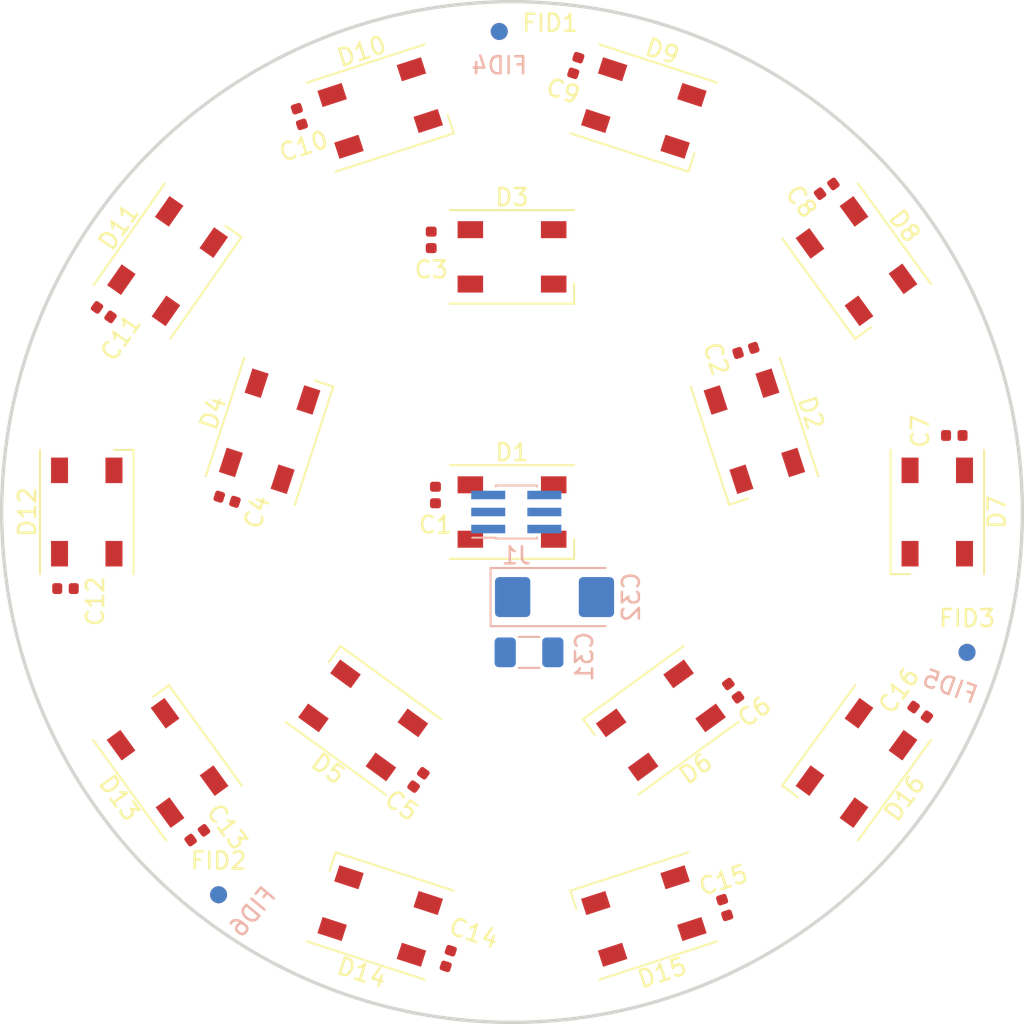
<source format=kicad_pcb>
(kicad_pcb (version 20171130) (host pcbnew 5.1.5+dfsg1-2build2)

  (general
    (thickness 1.6)
    (drawings 322)
    (tracks 0)
    (zones 0)
    (modules 41)
    (nets 23)
  )

  (page A4)
  (layers
    (0 F.Cu signal)
    (31 B.Cu signal)
    (32 B.Adhes user)
    (33 F.Adhes user)
    (34 B.Paste user)
    (35 F.Paste user)
    (36 B.SilkS user)
    (37 F.SilkS user)
    (38 B.Mask user)
    (39 F.Mask user)
    (40 Dwgs.User user)
    (41 Cmts.User user)
    (42 Eco1.User user)
    (43 Eco2.User user)
    (44 Edge.Cuts user)
    (45 Margin user)
    (46 B.CrtYd user)
    (47 F.CrtYd user)
    (48 B.Fab user)
    (49 F.Fab user)
  )

  (setup
    (last_trace_width 0.25)
    (trace_clearance 0.2)
    (zone_clearance 0.508)
    (zone_45_only no)
    (trace_min 0.2)
    (via_size 0.8)
    (via_drill 0.4)
    (via_min_size 0.4)
    (via_min_drill 0.3)
    (uvia_size 0.3)
    (uvia_drill 0.1)
    (uvias_allowed no)
    (uvia_min_size 0.2)
    (uvia_min_drill 0.1)
    (edge_width 0.05)
    (segment_width 0.2)
    (pcb_text_width 0.3)
    (pcb_text_size 1.5 1.5)
    (mod_edge_width 0.12)
    (mod_text_size 1 1)
    (mod_text_width 0.15)
    (pad_size 1.524 1.524)
    (pad_drill 0.762)
    (pad_to_mask_clearance 0.051)
    (solder_mask_min_width 0.25)
    (aux_axis_origin 0 0)
    (visible_elements FFFFFF7F)
    (pcbplotparams
      (layerselection 0x010fc_ffffffff)
      (usegerberextensions false)
      (usegerberattributes false)
      (usegerberadvancedattributes false)
      (creategerberjobfile false)
      (excludeedgelayer true)
      (linewidth 0.100000)
      (plotframeref false)
      (viasonmask false)
      (mode 1)
      (useauxorigin false)
      (hpglpennumber 1)
      (hpglpenspeed 20)
      (hpglpendiameter 15.000000)
      (psnegative false)
      (psa4output false)
      (plotreference true)
      (plotvalue true)
      (plotinvisibletext false)
      (padsonsilk false)
      (subtractmaskfromsilk false)
      (outputformat 1)
      (mirror false)
      (drillshape 1)
      (scaleselection 1)
      (outputdirectory ""))
  )

  (net 0 "")
  (net 1 "Net-(C1-Pad2)")
  (net 2 +5V)
  (net 3 GND)
  (net 4 /D1_OUT)
  (net 5 DIN_LED1)
  (net 6 /D2_OUT)
  (net 7 /D3_OUT)
  (net 8 /D4_OUT)
  (net 9 /D5_OUT)
  (net 10 /D6_OUT)
  (net 11 /D7_OUT)
  (net 12 /D8_OUT)
  (net 13 /D9_OUT)
  (net 14 /D10_OUT)
  (net 15 /D11_OUT)
  (net 16 /D12_OUT)
  (net 17 "Net-(D12-Pad1)")
  (net 18 /D13_OUT)
  (net 19 /D14_OUT)
  (net 20 "Net-(D14-Pad1)")
  (net 21 /D15_OUT)
  (net 22 "Net-(D16-Pad4)")

  (net_class Default "This is the default net class."
    (clearance 0.2)
    (trace_width 0.25)
    (via_dia 0.8)
    (via_drill 0.4)
    (uvia_dia 0.3)
    (uvia_drill 0.1)
    (add_net +5V)
    (add_net /D10_OUT)
    (add_net /D11_OUT)
    (add_net /D12_OUT)
    (add_net /D13_OUT)
    (add_net /D14_OUT)
    (add_net /D15_OUT)
    (add_net /D1_OUT)
    (add_net /D2_OUT)
    (add_net /D3_OUT)
    (add_net /D4_OUT)
    (add_net /D5_OUT)
    (add_net /D6_OUT)
    (add_net /D7_OUT)
    (add_net /D8_OUT)
    (add_net /D9_OUT)
    (add_net DIN_LED1)
    (add_net GND)
    (add_net "Net-(C1-Pad2)")
    (add_net "Net-(D12-Pad1)")
    (add_net "Net-(D14-Pad1)")
    (add_net "Net-(D16-Pad4)")
  )

  (module Capacitor_SMD:C_0402_1005Metric (layer F.Cu) (tedit 5B301BBE) (tstamp 5FF08E88)
    (at 95.5 79 270)
    (descr "Capacitor SMD 0402 (1005 Metric), square (rectangular) end terminal, IPC_7351 nominal, (Body size source: http://www.tortai-tech.com/upload/download/2011102023233369053.pdf), generated with kicad-footprint-generator")
    (tags capacitor)
    (path /5FDCC5BD)
    (attr smd)
    (fp_text reference C1 (at 1.75 0 180) (layer F.SilkS)
      (effects (font (size 1 1) (thickness 0.15)))
    )
    (fp_text value C (at 0 1.17 90) (layer F.Fab)
      (effects (font (size 1 1) (thickness 0.15)))
    )
    (fp_text user %R (at 0 0 90) (layer F.Fab)
      (effects (font (size 0.25 0.25) (thickness 0.04)))
    )
    (fp_line (start 0.93 0.47) (end -0.93 0.47) (layer F.CrtYd) (width 0.05))
    (fp_line (start 0.93 -0.47) (end 0.93 0.47) (layer F.CrtYd) (width 0.05))
    (fp_line (start -0.93 -0.47) (end 0.93 -0.47) (layer F.CrtYd) (width 0.05))
    (fp_line (start -0.93 0.47) (end -0.93 -0.47) (layer F.CrtYd) (width 0.05))
    (fp_line (start 0.5 0.25) (end -0.5 0.25) (layer F.Fab) (width 0.1))
    (fp_line (start 0.5 -0.25) (end 0.5 0.25) (layer F.Fab) (width 0.1))
    (fp_line (start -0.5 -0.25) (end 0.5 -0.25) (layer F.Fab) (width 0.1))
    (fp_line (start -0.5 0.25) (end -0.5 -0.25) (layer F.Fab) (width 0.1))
    (pad 2 smd roundrect (at 0.485 0 270) (size 0.59 0.64) (layers F.Cu F.Paste F.Mask) (roundrect_rratio 0.25)
      (net 1 "Net-(C1-Pad2)"))
    (pad 1 smd roundrect (at -0.485 0 270) (size 0.59 0.64) (layers F.Cu F.Paste F.Mask) (roundrect_rratio 0.25)
      (net 2 +5V))
    (model ${KISYS3DMOD}/Capacitor_SMD.3dshapes/C_0402_1005Metric.wrl
      (at (xyz 0 0 0))
      (scale (xyz 1 1 1))
      (rotate (xyz 0 0 0))
    )
  )

  (module Capacitor_SMD:C_0402_1005Metric (layer F.Cu) (tedit 5B301BBE) (tstamp 5FF08E97)
    (at 113.75 70.5 198)
    (descr "Capacitor SMD 0402 (1005 Metric), square (rectangular) end terminal, IPC_7351 nominal, (Body size source: http://www.tortai-tech.com/upload/download/2011102023233369053.pdf), generated with kicad-footprint-generator")
    (tags capacitor)
    (path /5FDD786D)
    (attr smd)
    (fp_text reference C2 (at 1.818857 0.065251 108) (layer F.SilkS)
      (effects (font (size 1 1) (thickness 0.15)))
    )
    (fp_text value C (at 0 1.17 18) (layer F.Fab)
      (effects (font (size 1 1) (thickness 0.15)))
    )
    (fp_line (start -0.5 0.25) (end -0.5 -0.25) (layer F.Fab) (width 0.1))
    (fp_line (start -0.5 -0.25) (end 0.5 -0.25) (layer F.Fab) (width 0.1))
    (fp_line (start 0.5 -0.25) (end 0.5 0.25) (layer F.Fab) (width 0.1))
    (fp_line (start 0.5 0.25) (end -0.5 0.25) (layer F.Fab) (width 0.1))
    (fp_line (start -0.93 0.47) (end -0.93 -0.47) (layer F.CrtYd) (width 0.05))
    (fp_line (start -0.93 -0.47) (end 0.93 -0.47) (layer F.CrtYd) (width 0.05))
    (fp_line (start 0.93 -0.47) (end 0.93 0.47) (layer F.CrtYd) (width 0.05))
    (fp_line (start 0.93 0.47) (end -0.93 0.47) (layer F.CrtYd) (width 0.05))
    (fp_text user %R (at 0 0 18) (layer F.Fab)
      (effects (font (size 0.25 0.25) (thickness 0.04)))
    )
    (pad 1 smd roundrect (at -0.485 0 198) (size 0.59 0.64) (layers F.Cu F.Paste F.Mask) (roundrect_rratio 0.25)
      (net 2 +5V))
    (pad 2 smd roundrect (at 0.485 0 198) (size 0.59 0.64) (layers F.Cu F.Paste F.Mask) (roundrect_rratio 0.25)
      (net 3 GND))
    (model ${KISYS3DMOD}/Capacitor_SMD.3dshapes/C_0402_1005Metric.wrl
      (at (xyz 0 0 0))
      (scale (xyz 1 1 1))
      (rotate (xyz 0 0 0))
    )
  )

  (module Capacitor_SMD:C_0402_1005Metric (layer F.Cu) (tedit 5B301BBE) (tstamp 5FF08EA6)
    (at 95.25 64 270)
    (descr "Capacitor SMD 0402 (1005 Metric), square (rectangular) end terminal, IPC_7351 nominal, (Body size source: http://www.tortai-tech.com/upload/download/2011102023233369053.pdf), generated with kicad-footprint-generator")
    (tags capacitor)
    (path /5FDD7EC6)
    (attr smd)
    (fp_text reference C3 (at 1.75 0 180) (layer F.SilkS)
      (effects (font (size 1 1) (thickness 0.15)))
    )
    (fp_text value C (at 0 1.17 90) (layer F.Fab)
      (effects (font (size 1 1) (thickness 0.15)))
    )
    (fp_text user %R (at 0 0 90) (layer F.Fab)
      (effects (font (size 0.25 0.25) (thickness 0.04)))
    )
    (fp_line (start 0.93 0.47) (end -0.93 0.47) (layer F.CrtYd) (width 0.05))
    (fp_line (start 0.93 -0.47) (end 0.93 0.47) (layer F.CrtYd) (width 0.05))
    (fp_line (start -0.93 -0.47) (end 0.93 -0.47) (layer F.CrtYd) (width 0.05))
    (fp_line (start -0.93 0.47) (end -0.93 -0.47) (layer F.CrtYd) (width 0.05))
    (fp_line (start 0.5 0.25) (end -0.5 0.25) (layer F.Fab) (width 0.1))
    (fp_line (start 0.5 -0.25) (end 0.5 0.25) (layer F.Fab) (width 0.1))
    (fp_line (start -0.5 -0.25) (end 0.5 -0.25) (layer F.Fab) (width 0.1))
    (fp_line (start -0.5 0.25) (end -0.5 -0.25) (layer F.Fab) (width 0.1))
    (pad 2 smd roundrect (at 0.485 0 270) (size 0.59 0.64) (layers F.Cu F.Paste F.Mask) (roundrect_rratio 0.25)
      (net 3 GND))
    (pad 1 smd roundrect (at -0.485 0 270) (size 0.59 0.64) (layers F.Cu F.Paste F.Mask) (roundrect_rratio 0.25)
      (net 2 +5V))
    (model ${KISYS3DMOD}/Capacitor_SMD.3dshapes/C_0402_1005Metric.wrl
      (at (xyz 0 0 0))
      (scale (xyz 1 1 1))
      (rotate (xyz 0 0 0))
    )
  )

  (module Capacitor_SMD:C_0402_1005Metric (layer F.Cu) (tedit 5B301BBE) (tstamp 5FF08EB5)
    (at 83.25 79.25 342)
    (descr "Capacitor SMD 0402 (1005 Metric), square (rectangular) end terminal, IPC_7351 nominal, (Body size source: http://www.tortai-tech.com/upload/download/2011102023233369053.pdf), generated with kicad-footprint-generator")
    (tags capacitor)
    (path /5FDFE1DB)
    (attr smd)
    (fp_text reference C4 (at 1.896112 0.172513 252) (layer F.SilkS)
      (effects (font (size 1 1) (thickness 0.15)))
    )
    (fp_text value C (at 0 1.17 162) (layer F.Fab)
      (effects (font (size 1 1) (thickness 0.15)))
    )
    (fp_line (start -0.5 0.25) (end -0.5 -0.25) (layer F.Fab) (width 0.1))
    (fp_line (start -0.5 -0.25) (end 0.5 -0.25) (layer F.Fab) (width 0.1))
    (fp_line (start 0.5 -0.25) (end 0.5 0.25) (layer F.Fab) (width 0.1))
    (fp_line (start 0.5 0.25) (end -0.5 0.25) (layer F.Fab) (width 0.1))
    (fp_line (start -0.93 0.47) (end -0.93 -0.47) (layer F.CrtYd) (width 0.05))
    (fp_line (start -0.93 -0.47) (end 0.93 -0.47) (layer F.CrtYd) (width 0.05))
    (fp_line (start 0.93 -0.47) (end 0.93 0.47) (layer F.CrtYd) (width 0.05))
    (fp_line (start 0.93 0.47) (end -0.93 0.47) (layer F.CrtYd) (width 0.05))
    (fp_text user %R (at 0 0 162) (layer F.Fab)
      (effects (font (size 0.25 0.25) (thickness 0.04)))
    )
    (pad 1 smd roundrect (at -0.485 0 342) (size 0.59 0.64) (layers F.Cu F.Paste F.Mask) (roundrect_rratio 0.25)
      (net 2 +5V))
    (pad 2 smd roundrect (at 0.485 0 342) (size 0.59 0.64) (layers F.Cu F.Paste F.Mask) (roundrect_rratio 0.25)
      (net 3 GND))
    (model ${KISYS3DMOD}/Capacitor_SMD.3dshapes/C_0402_1005Metric.wrl
      (at (xyz 0 0 0))
      (scale (xyz 1 1 1))
      (rotate (xyz 0 0 0))
    )
  )

  (module Capacitor_SMD:C_0402_1005Metric (layer F.Cu) (tedit 5B301BBE) (tstamp 5FF08EC4)
    (at 94.5 95.75 54)
    (descr "Capacitor SMD 0402 (1005 Metric), square (rectangular) end terminal, IPC_7351 nominal, (Body size source: http://www.tortai-tech.com/upload/download/2011102023233369053.pdf), generated with kicad-footprint-generator")
    (tags capacitor)
    (path /5FDFE1E1)
    (attr smd)
    (fp_text reference C5 (at -1.801311 0.072661 144) (layer F.SilkS)
      (effects (font (size 1 1) (thickness 0.15)))
    )
    (fp_text value C (at 0 1.17 54) (layer F.Fab)
      (effects (font (size 1 1) (thickness 0.15)))
    )
    (fp_text user %R (at 0 0 54) (layer F.Fab)
      (effects (font (size 0.25 0.25) (thickness 0.04)))
    )
    (fp_line (start 0.93 0.47) (end -0.93 0.47) (layer F.CrtYd) (width 0.05))
    (fp_line (start 0.93 -0.47) (end 0.93 0.47) (layer F.CrtYd) (width 0.05))
    (fp_line (start -0.93 -0.47) (end 0.93 -0.47) (layer F.CrtYd) (width 0.05))
    (fp_line (start -0.93 0.47) (end -0.93 -0.47) (layer F.CrtYd) (width 0.05))
    (fp_line (start 0.5 0.25) (end -0.5 0.25) (layer F.Fab) (width 0.1))
    (fp_line (start 0.5 -0.25) (end 0.5 0.25) (layer F.Fab) (width 0.1))
    (fp_line (start -0.5 -0.25) (end 0.5 -0.25) (layer F.Fab) (width 0.1))
    (fp_line (start -0.5 0.25) (end -0.5 -0.25) (layer F.Fab) (width 0.1))
    (pad 2 smd roundrect (at 0.485 0 54) (size 0.59 0.64) (layers F.Cu F.Paste F.Mask) (roundrect_rratio 0.25)
      (net 3 GND))
    (pad 1 smd roundrect (at -0.485 0 54) (size 0.59 0.64) (layers F.Cu F.Paste F.Mask) (roundrect_rratio 0.25)
      (net 2 +5V))
    (model ${KISYS3DMOD}/Capacitor_SMD.3dshapes/C_0402_1005Metric.wrl
      (at (xyz 0 0 0))
      (scale (xyz 1 1 1))
      (rotate (xyz 0 0 0))
    )
  )

  (module Capacitor_SMD:C_0402_1005Metric (layer F.Cu) (tedit 5B301BBE) (tstamp 5FF08ED3)
    (at 113 90.5 126)
    (descr "Capacitor SMD 0402 (1005 Metric), square (rectangular) end terminal, IPC_7351 nominal, (Body size source: http://www.tortai-tech.com/upload/download/2011102023233369053.pdf), generated with kicad-footprint-generator")
    (tags capacitor)
    (path /5FDFE1E7)
    (attr smd)
    (fp_text reference C6 (at -1.746003 0.27654 216) (layer F.SilkS)
      (effects (font (size 1 1) (thickness 0.15)))
    )
    (fp_text value C (at 0 1.17 126) (layer F.Fab)
      (effects (font (size 1 1) (thickness 0.15)))
    )
    (fp_line (start -0.5 0.25) (end -0.5 -0.25) (layer F.Fab) (width 0.1))
    (fp_line (start -0.5 -0.25) (end 0.5 -0.25) (layer F.Fab) (width 0.1))
    (fp_line (start 0.5 -0.25) (end 0.5 0.25) (layer F.Fab) (width 0.1))
    (fp_line (start 0.5 0.25) (end -0.5 0.25) (layer F.Fab) (width 0.1))
    (fp_line (start -0.93 0.47) (end -0.93 -0.47) (layer F.CrtYd) (width 0.05))
    (fp_line (start -0.93 -0.47) (end 0.93 -0.47) (layer F.CrtYd) (width 0.05))
    (fp_line (start 0.93 -0.47) (end 0.93 0.47) (layer F.CrtYd) (width 0.05))
    (fp_line (start 0.93 0.47) (end -0.93 0.47) (layer F.CrtYd) (width 0.05))
    (fp_text user %R (at 0 0 126) (layer F.Fab)
      (effects (font (size 0.25 0.25) (thickness 0.04)))
    )
    (pad 1 smd roundrect (at -0.485 0 126) (size 0.59 0.64) (layers F.Cu F.Paste F.Mask) (roundrect_rratio 0.25)
      (net 2 +5V))
    (pad 2 smd roundrect (at 0.485 0 126) (size 0.59 0.64) (layers F.Cu F.Paste F.Mask) (roundrect_rratio 0.25)
      (net 3 GND))
    (model ${KISYS3DMOD}/Capacitor_SMD.3dshapes/C_0402_1005Metric.wrl
      (at (xyz 0 0 0))
      (scale (xyz 1 1 1))
      (rotate (xyz 0 0 0))
    )
  )

  (module Capacitor_SMD:C_0402_1005Metric (layer F.Cu) (tedit 5B301BBE) (tstamp 5FF08EE2)
    (at 126 75.5 180)
    (descr "Capacitor SMD 0402 (1005 Metric), square (rectangular) end terminal, IPC_7351 nominal, (Body size source: http://www.tortai-tech.com/upload/download/2011102023233369053.pdf), generated with kicad-footprint-generator")
    (tags capacitor)
    (path /5FE01009)
    (attr smd)
    (fp_text reference C7 (at 2 0.25 270) (layer F.SilkS)
      (effects (font (size 1 1) (thickness 0.15)))
    )
    (fp_text value C (at 0 1.17) (layer F.Fab)
      (effects (font (size 1 1) (thickness 0.15)))
    )
    (fp_line (start -0.5 0.25) (end -0.5 -0.25) (layer F.Fab) (width 0.1))
    (fp_line (start -0.5 -0.25) (end 0.5 -0.25) (layer F.Fab) (width 0.1))
    (fp_line (start 0.5 -0.25) (end 0.5 0.25) (layer F.Fab) (width 0.1))
    (fp_line (start 0.5 0.25) (end -0.5 0.25) (layer F.Fab) (width 0.1))
    (fp_line (start -0.93 0.47) (end -0.93 -0.47) (layer F.CrtYd) (width 0.05))
    (fp_line (start -0.93 -0.47) (end 0.93 -0.47) (layer F.CrtYd) (width 0.05))
    (fp_line (start 0.93 -0.47) (end 0.93 0.47) (layer F.CrtYd) (width 0.05))
    (fp_line (start 0.93 0.47) (end -0.93 0.47) (layer F.CrtYd) (width 0.05))
    (fp_text user %R (at 0 0) (layer F.Fab)
      (effects (font (size 0.25 0.25) (thickness 0.04)))
    )
    (pad 1 smd roundrect (at -0.485 0 180) (size 0.59 0.64) (layers F.Cu F.Paste F.Mask) (roundrect_rratio 0.25)
      (net 2 +5V))
    (pad 2 smd roundrect (at 0.485 0 180) (size 0.59 0.64) (layers F.Cu F.Paste F.Mask) (roundrect_rratio 0.25)
      (net 3 GND))
    (model ${KISYS3DMOD}/Capacitor_SMD.3dshapes/C_0402_1005Metric.wrl
      (at (xyz 0 0 0))
      (scale (xyz 1 1 1))
      (rotate (xyz 0 0 0))
    )
  )

  (module Capacitor_SMD:C_0402_1005Metric (layer F.Cu) (tedit 5B301BBE) (tstamp 5FF08EF1)
    (at 118.5 61 216)
    (descr "Capacitor SMD 0402 (1005 Metric), square (rectangular) end terminal, IPC_7351 nominal, (Body size source: http://www.tortai-tech.com/upload/download/2011102023233369053.pdf), generated with kicad-footprint-generator")
    (tags capacitor)
    (path /5FE0100F)
    (attr smd)
    (fp_text reference C8 (at 1.654364 0.274915 126) (layer F.SilkS)
      (effects (font (size 1 1) (thickness 0.15)))
    )
    (fp_text value C (at 0 1.17 36) (layer F.Fab)
      (effects (font (size 1 1) (thickness 0.15)))
    )
    (fp_text user %R (at 0 0 36) (layer F.Fab)
      (effects (font (size 0.25 0.25) (thickness 0.04)))
    )
    (fp_line (start 0.93 0.47) (end -0.93 0.47) (layer F.CrtYd) (width 0.05))
    (fp_line (start 0.93 -0.47) (end 0.93 0.47) (layer F.CrtYd) (width 0.05))
    (fp_line (start -0.93 -0.47) (end 0.93 -0.47) (layer F.CrtYd) (width 0.05))
    (fp_line (start -0.93 0.47) (end -0.93 -0.47) (layer F.CrtYd) (width 0.05))
    (fp_line (start 0.5 0.25) (end -0.5 0.25) (layer F.Fab) (width 0.1))
    (fp_line (start 0.5 -0.25) (end 0.5 0.25) (layer F.Fab) (width 0.1))
    (fp_line (start -0.5 -0.25) (end 0.5 -0.25) (layer F.Fab) (width 0.1))
    (fp_line (start -0.5 0.25) (end -0.5 -0.25) (layer F.Fab) (width 0.1))
    (pad 2 smd roundrect (at 0.485 0 216) (size 0.59 0.64) (layers F.Cu F.Paste F.Mask) (roundrect_rratio 0.25)
      (net 3 GND))
    (pad 1 smd roundrect (at -0.485 0 216) (size 0.59 0.64) (layers F.Cu F.Paste F.Mask) (roundrect_rratio 0.25)
      (net 2 +5V))
    (model ${KISYS3DMOD}/Capacitor_SMD.3dshapes/C_0402_1005Metric.wrl
      (at (xyz 0 0 0))
      (scale (xyz 1 1 1))
      (rotate (xyz 0 0 0))
    )
  )

  (module Capacitor_SMD:C_0402_1005Metric (layer F.Cu) (tedit 5B301BBE) (tstamp 5FF08F00)
    (at 103.75 53.75 252)
    (descr "Capacitor SMD 0402 (1005 Metric), square (rectangular) end terminal, IPC_7351 nominal, (Body size source: http://www.tortai-tech.com/upload/download/2011102023233369053.pdf), generated with kicad-footprint-generator")
    (tags capacitor)
    (path /5FE48680)
    (attr smd)
    (fp_text reference C9 (at 1.658348 0.249767 162) (layer F.SilkS)
      (effects (font (size 1 1) (thickness 0.15)))
    )
    (fp_text value C (at 0 1.17 72) (layer F.Fab)
      (effects (font (size 1 1) (thickness 0.15)))
    )
    (fp_line (start -0.5 0.25) (end -0.5 -0.25) (layer F.Fab) (width 0.1))
    (fp_line (start -0.5 -0.25) (end 0.5 -0.25) (layer F.Fab) (width 0.1))
    (fp_line (start 0.5 -0.25) (end 0.5 0.25) (layer F.Fab) (width 0.1))
    (fp_line (start 0.5 0.25) (end -0.5 0.25) (layer F.Fab) (width 0.1))
    (fp_line (start -0.93 0.47) (end -0.93 -0.47) (layer F.CrtYd) (width 0.05))
    (fp_line (start -0.93 -0.47) (end 0.93 -0.47) (layer F.CrtYd) (width 0.05))
    (fp_line (start 0.93 -0.47) (end 0.93 0.47) (layer F.CrtYd) (width 0.05))
    (fp_line (start 0.93 0.47) (end -0.93 0.47) (layer F.CrtYd) (width 0.05))
    (fp_text user %R (at 0 0 72) (layer F.Fab)
      (effects (font (size 0.25 0.25) (thickness 0.04)))
    )
    (pad 1 smd roundrect (at -0.485 0 252) (size 0.59 0.64) (layers F.Cu F.Paste F.Mask) (roundrect_rratio 0.25)
      (net 2 +5V))
    (pad 2 smd roundrect (at 0.485 0 252) (size 0.59 0.64) (layers F.Cu F.Paste F.Mask) (roundrect_rratio 0.25)
      (net 3 GND))
    (model ${KISYS3DMOD}/Capacitor_SMD.3dshapes/C_0402_1005Metric.wrl
      (at (xyz 0 0 0))
      (scale (xyz 1 1 1))
      (rotate (xyz 0 0 0))
    )
  )

  (module Capacitor_SMD:C_0402_1005Metric (layer F.Cu) (tedit 5B301BBE) (tstamp 5FF08F0F)
    (at 87.5 56.75 288)
    (descr "Capacitor SMD 0402 (1005 Metric), square (rectangular) end terminal, IPC_7351 nominal, (Body size source: http://www.tortai-tech.com/upload/download/2011102023233369053.pdf), generated with kicad-footprint-generator")
    (tags capacitor)
    (path /5FE48686)
    (attr smd)
    (fp_text reference C10 (at 1.741603 0.303016 198) (layer F.SilkS)
      (effects (font (size 1 1) (thickness 0.15)))
    )
    (fp_text value C (at 0 1.17 108) (layer F.Fab)
      (effects (font (size 1 1) (thickness 0.15)))
    )
    (fp_text user %R (at 0 0 108) (layer F.Fab)
      (effects (font (size 0.25 0.25) (thickness 0.04)))
    )
    (fp_line (start 0.93 0.47) (end -0.93 0.47) (layer F.CrtYd) (width 0.05))
    (fp_line (start 0.93 -0.47) (end 0.93 0.47) (layer F.CrtYd) (width 0.05))
    (fp_line (start -0.93 -0.47) (end 0.93 -0.47) (layer F.CrtYd) (width 0.05))
    (fp_line (start -0.93 0.47) (end -0.93 -0.47) (layer F.CrtYd) (width 0.05))
    (fp_line (start 0.5 0.25) (end -0.5 0.25) (layer F.Fab) (width 0.1))
    (fp_line (start 0.5 -0.25) (end 0.5 0.25) (layer F.Fab) (width 0.1))
    (fp_line (start -0.5 -0.25) (end 0.5 -0.25) (layer F.Fab) (width 0.1))
    (fp_line (start -0.5 0.25) (end -0.5 -0.25) (layer F.Fab) (width 0.1))
    (pad 2 smd roundrect (at 0.485 0 288) (size 0.59 0.64) (layers F.Cu F.Paste F.Mask) (roundrect_rratio 0.25)
      (net 3 GND))
    (pad 1 smd roundrect (at -0.485 0 288) (size 0.59 0.64) (layers F.Cu F.Paste F.Mask) (roundrect_rratio 0.25)
      (net 2 +5V))
    (model ${KISYS3DMOD}/Capacitor_SMD.3dshapes/C_0402_1005Metric.wrl
      (at (xyz 0 0 0))
      (scale (xyz 1 1 1))
      (rotate (xyz 0 0 0))
    )
  )

  (module Capacitor_SMD:C_1206_3216Metric (layer B.Cu) (tedit 5B301BBE) (tstamp 5FF10FBA)
    (at 101 88.25)
    (descr "Capacitor SMD 1206 (3216 Metric), square (rectangular) end terminal, IPC_7351 nominal, (Body size source: http://www.tortai-tech.com/upload/download/2011102023233369053.pdf), generated with kicad-footprint-generator")
    (tags capacitor)
    (path /60294812)
    (attr smd)
    (fp_text reference C31 (at 3.25 0.25 90) (layer B.SilkS)
      (effects (font (size 1 1) (thickness 0.15)) (justify mirror))
    )
    (fp_text value C (at 0 -1.82) (layer B.Fab)
      (effects (font (size 1 1) (thickness 0.15)) (justify mirror))
    )
    (fp_line (start -1.6 -0.8) (end -1.6 0.8) (layer B.Fab) (width 0.1))
    (fp_line (start -1.6 0.8) (end 1.6 0.8) (layer B.Fab) (width 0.1))
    (fp_line (start 1.6 0.8) (end 1.6 -0.8) (layer B.Fab) (width 0.1))
    (fp_line (start 1.6 -0.8) (end -1.6 -0.8) (layer B.Fab) (width 0.1))
    (fp_line (start -0.602064 0.91) (end 0.602064 0.91) (layer B.SilkS) (width 0.12))
    (fp_line (start -0.602064 -0.91) (end 0.602064 -0.91) (layer B.SilkS) (width 0.12))
    (fp_line (start -2.28 -1.12) (end -2.28 1.12) (layer B.CrtYd) (width 0.05))
    (fp_line (start -2.28 1.12) (end 2.28 1.12) (layer B.CrtYd) (width 0.05))
    (fp_line (start 2.28 1.12) (end 2.28 -1.12) (layer B.CrtYd) (width 0.05))
    (fp_line (start 2.28 -1.12) (end -2.28 -1.12) (layer B.CrtYd) (width 0.05))
    (fp_text user %R (at 0 0) (layer B.Fab)
      (effects (font (size 0.8 0.8) (thickness 0.12)) (justify mirror))
    )
    (pad 1 smd roundrect (at -1.4 0) (size 1.25 1.75) (layers B.Cu B.Paste B.Mask) (roundrect_rratio 0.2)
      (net 2 +5V))
    (pad 2 smd roundrect (at 1.4 0) (size 1.25 1.75) (layers B.Cu B.Paste B.Mask) (roundrect_rratio 0.2)
      (net 3 GND))
    (model ${KISYS3DMOD}/Capacitor_SMD.3dshapes/C_1206_3216Metric.wrl
      (at (xyz 0 0 0))
      (scale (xyz 1 1 1))
      (rotate (xyz 0 0 0))
    )
  )

  (module Capacitor_Tantalum_SMD:CP_EIA-6032-28_Kemet-C (layer B.Cu) (tedit 5B301BBE) (tstamp 5FF08F33)
    (at 102.5 85)
    (descr "Tantalum Capacitor SMD Kemet-C (6032-28 Metric), IPC_7351 nominal, (Body size from: http://www.kemet.com/Lists/ProductCatalog/Attachments/253/KEM_TC101_STD.pdf), generated with kicad-footprint-generator")
    (tags "capacitor tantalum")
    (path /602956B8)
    (attr smd)
    (fp_text reference C32 (at 4.5 0 270) (layer B.SilkS)
      (effects (font (size 1 1) (thickness 0.15)) (justify mirror))
    )
    (fp_text value CP (at 0 -2.55) (layer B.Fab)
      (effects (font (size 1 1) (thickness 0.15)) (justify mirror))
    )
    (fp_line (start 3 1.6) (end -2.2 1.6) (layer B.Fab) (width 0.1))
    (fp_line (start -2.2 1.6) (end -3 0.8) (layer B.Fab) (width 0.1))
    (fp_line (start -3 0.8) (end -3 -1.6) (layer B.Fab) (width 0.1))
    (fp_line (start -3 -1.6) (end 3 -1.6) (layer B.Fab) (width 0.1))
    (fp_line (start 3 -1.6) (end 3 1.6) (layer B.Fab) (width 0.1))
    (fp_line (start 3 1.71) (end -3.76 1.71) (layer B.SilkS) (width 0.12))
    (fp_line (start -3.76 1.71) (end -3.76 -1.71) (layer B.SilkS) (width 0.12))
    (fp_line (start -3.76 -1.71) (end 3 -1.71) (layer B.SilkS) (width 0.12))
    (fp_line (start -3.75 -1.85) (end -3.75 1.85) (layer B.CrtYd) (width 0.05))
    (fp_line (start -3.75 1.85) (end 3.75 1.85) (layer B.CrtYd) (width 0.05))
    (fp_line (start 3.75 1.85) (end 3.75 -1.85) (layer B.CrtYd) (width 0.05))
    (fp_line (start 3.75 -1.85) (end -3.75 -1.85) (layer B.CrtYd) (width 0.05))
    (fp_text user %R (at 0 0) (layer B.Fab)
      (effects (font (size 1 1) (thickness 0.15)) (justify mirror))
    )
    (pad 1 smd roundrect (at -2.4625 0) (size 2.075 2.35) (layers B.Cu B.Paste B.Mask) (roundrect_rratio 0.120482)
      (net 2 +5V))
    (pad 2 smd roundrect (at 2.4625 0) (size 2.075 2.35) (layers B.Cu B.Paste B.Mask) (roundrect_rratio 0.120482)
      (net 3 GND))
    (model ${KISYS3DMOD}/Capacitor_Tantalum_SMD.3dshapes/CP_EIA-6032-28_Kemet-C.wrl
      (at (xyz 0 0 0))
      (scale (xyz 1 1 1))
      (rotate (xyz 0 0 0))
    )
  )

  (module LED_SMD:LED_SK6812_PLCC4_5.0x5.0mm_P3.2mm (layer F.Cu) (tedit 5AA4B263) (tstamp 5FF08F49)
    (at 100 80)
    (descr https://cdn-shop.adafruit.com/product-files/1138/SK6812+LED+datasheet+.pdf)
    (tags "LED RGB NeoPixel")
    (path /5FD9F535)
    (attr smd)
    (fp_text reference D1 (at 0 -3.5) (layer F.SilkS)
      (effects (font (size 1 1) (thickness 0.15)))
    )
    (fp_text value SK6812 (at 0 4) (layer F.Fab)
      (effects (font (size 1 1) (thickness 0.15)))
    )
    (fp_circle (center 0 0) (end 0 -2) (layer F.Fab) (width 0.1))
    (fp_line (start 3.65 2.75) (end 3.65 1.6) (layer F.SilkS) (width 0.12))
    (fp_line (start -3.65 2.75) (end 3.65 2.75) (layer F.SilkS) (width 0.12))
    (fp_line (start -3.65 -2.75) (end 3.65 -2.75) (layer F.SilkS) (width 0.12))
    (fp_line (start 2.5 -2.5) (end -2.5 -2.5) (layer F.Fab) (width 0.1))
    (fp_line (start 2.5 2.5) (end 2.5 -2.5) (layer F.Fab) (width 0.1))
    (fp_line (start -2.5 2.5) (end 2.5 2.5) (layer F.Fab) (width 0.1))
    (fp_line (start -2.5 -2.5) (end -2.5 2.5) (layer F.Fab) (width 0.1))
    (fp_line (start 2.5 1.5) (end 1.5 2.5) (layer F.Fab) (width 0.1))
    (fp_line (start -3.45 -2.75) (end -3.45 2.75) (layer F.CrtYd) (width 0.05))
    (fp_line (start -3.45 2.75) (end 3.45 2.75) (layer F.CrtYd) (width 0.05))
    (fp_line (start 3.45 2.75) (end 3.45 -2.75) (layer F.CrtYd) (width 0.05))
    (fp_line (start 3.45 -2.75) (end -3.45 -2.75) (layer F.CrtYd) (width 0.05))
    (fp_text user %R (at 0 0) (layer F.Fab)
      (effects (font (size 0.8 0.8) (thickness 0.15)))
    )
    (pad 3 smd rect (at -2.45 -1.6) (size 1.5 1) (layers F.Cu F.Paste F.Mask)
      (net 2 +5V))
    (pad 4 smd rect (at -2.45 1.6) (size 1.5 1) (layers F.Cu F.Paste F.Mask)
      (net 4 /D1_OUT))
    (pad 2 smd rect (at 2.45 -1.6) (size 1.5 1) (layers F.Cu F.Paste F.Mask)
      (net 5 DIN_LED1))
    (pad 1 smd rect (at 2.45 1.6) (size 1.5 1) (layers F.Cu F.Paste F.Mask)
      (net 3 GND))
    (model ${KISYS3DMOD}/LED_SMD.3dshapes/LED_SK6812_PLCC4_5.0x5.0mm_P3.2mm.wrl
      (at (xyz 0 0 0))
      (scale (xyz 1 1 1))
      (rotate (xyz 0 0 0))
    )
  )

  (module LED_SMD:LED_SK6812_PLCC4_5.0x5.0mm_P3.2mm (layer F.Cu) (tedit 5AA4B263) (tstamp 5FF0F821)
    (at 114.25 75.25 288)
    (descr https://cdn-shop.adafruit.com/product-files/1138/SK6812+LED+datasheet+.pdf)
    (tags "LED RGB NeoPixel")
    (path /5FDA090C)
    (attr smd)
    (fp_text reference D2 (at 0 -3.5 108) (layer F.SilkS)
      (effects (font (size 1 1) (thickness 0.15)))
    )
    (fp_text value SK6812 (at 0 4 108) (layer F.Fab)
      (effects (font (size 1 1) (thickness 0.15)))
    )
    (fp_text user %R (at 0 0 108) (layer F.Fab)
      (effects (font (size 0.8 0.8) (thickness 0.15)))
    )
    (fp_line (start 3.45 -2.75) (end -3.45 -2.75) (layer F.CrtYd) (width 0.05))
    (fp_line (start 3.45 2.75) (end 3.45 -2.75) (layer F.CrtYd) (width 0.05))
    (fp_line (start -3.45 2.75) (end 3.45 2.75) (layer F.CrtYd) (width 0.05))
    (fp_line (start -3.45 -2.75) (end -3.45 2.75) (layer F.CrtYd) (width 0.05))
    (fp_line (start 2.5 1.5) (end 1.5 2.5) (layer F.Fab) (width 0.1))
    (fp_line (start -2.5 -2.5) (end -2.5 2.5) (layer F.Fab) (width 0.1))
    (fp_line (start -2.5 2.5) (end 2.5 2.5) (layer F.Fab) (width 0.1))
    (fp_line (start 2.5 2.5) (end 2.5 -2.5) (layer F.Fab) (width 0.1))
    (fp_line (start 2.5 -2.5) (end -2.5 -2.5) (layer F.Fab) (width 0.1))
    (fp_line (start -3.65 -2.75) (end 3.65 -2.75) (layer F.SilkS) (width 0.12))
    (fp_line (start -3.65 2.75) (end 3.65 2.75) (layer F.SilkS) (width 0.12))
    (fp_line (start 3.65 2.75) (end 3.65 1.6) (layer F.SilkS) (width 0.12))
    (fp_circle (center 0 0) (end 0 -2) (layer F.Fab) (width 0.1))
    (pad 1 smd rect (at 2.45 1.6 288) (size 1.5 1) (layers F.Cu F.Paste F.Mask)
      (net 3 GND))
    (pad 2 smd rect (at 2.45 -1.6 288) (size 1.5 1) (layers F.Cu F.Paste F.Mask)
      (net 4 /D1_OUT))
    (pad 4 smd rect (at -2.45 1.6 288) (size 1.5 1) (layers F.Cu F.Paste F.Mask)
      (net 6 /D2_OUT))
    (pad 3 smd rect (at -2.45 -1.6 288) (size 1.5 1) (layers F.Cu F.Paste F.Mask)
      (net 2 +5V))
    (model ${KISYS3DMOD}/LED_SMD.3dshapes/LED_SK6812_PLCC4_5.0x5.0mm_P3.2mm.wrl
      (at (xyz 0 0 0))
      (scale (xyz 1 1 1))
      (rotate (xyz 0 0 0))
    )
  )

  (module LED_SMD:LED_SK6812_PLCC4_5.0x5.0mm_P3.2mm (layer F.Cu) (tedit 5AA4B263) (tstamp 5FF0972C)
    (at 100 65)
    (descr https://cdn-shop.adafruit.com/product-files/1138/SK6812+LED+datasheet+.pdf)
    (tags "LED RGB NeoPixel")
    (path /5FDA3597)
    (attr smd)
    (fp_text reference D3 (at 0 -3.5) (layer F.SilkS)
      (effects (font (size 1 1) (thickness 0.15)))
    )
    (fp_text value SK6812 (at 0 4) (layer F.Fab)
      (effects (font (size 1 1) (thickness 0.15)))
    )
    (fp_circle (center 0 0) (end 0 -2) (layer F.Fab) (width 0.1))
    (fp_line (start 3.65 2.75) (end 3.65 1.6) (layer F.SilkS) (width 0.12))
    (fp_line (start -3.65 2.75) (end 3.65 2.75) (layer F.SilkS) (width 0.12))
    (fp_line (start -3.65 -2.75) (end 3.65 -2.75) (layer F.SilkS) (width 0.12))
    (fp_line (start 2.5 -2.5) (end -2.5 -2.5) (layer F.Fab) (width 0.1))
    (fp_line (start 2.5 2.5) (end 2.5 -2.5) (layer F.Fab) (width 0.1))
    (fp_line (start -2.5 2.5) (end 2.5 2.5) (layer F.Fab) (width 0.1))
    (fp_line (start -2.5 -2.5) (end -2.5 2.5) (layer F.Fab) (width 0.1))
    (fp_line (start 2.5 1.5) (end 1.5 2.5) (layer F.Fab) (width 0.1))
    (fp_line (start -3.45 -2.75) (end -3.45 2.75) (layer F.CrtYd) (width 0.05))
    (fp_line (start -3.45 2.75) (end 3.45 2.75) (layer F.CrtYd) (width 0.05))
    (fp_line (start 3.45 2.75) (end 3.45 -2.75) (layer F.CrtYd) (width 0.05))
    (fp_line (start 3.45 -2.75) (end -3.45 -2.75) (layer F.CrtYd) (width 0.05))
    (fp_text user %R (at 0 0) (layer F.Fab)
      (effects (font (size 0.8 0.8) (thickness 0.15)))
    )
    (pad 3 smd rect (at -2.45 -1.6) (size 1.5 1) (layers F.Cu F.Paste F.Mask)
      (net 2 +5V))
    (pad 4 smd rect (at -2.45 1.6) (size 1.5 1) (layers F.Cu F.Paste F.Mask)
      (net 7 /D3_OUT))
    (pad 2 smd rect (at 2.45 -1.6) (size 1.5 1) (layers F.Cu F.Paste F.Mask)
      (net 6 /D2_OUT))
    (pad 1 smd rect (at 2.45 1.6) (size 1.5 1) (layers F.Cu F.Paste F.Mask)
      (net 3 GND))
    (model ${KISYS3DMOD}/LED_SMD.3dshapes/LED_SK6812_PLCC4_5.0x5.0mm_P3.2mm.wrl
      (at (xyz 0 0 0))
      (scale (xyz 1 1 1))
      (rotate (xyz 0 0 0))
    )
  )

  (module LED_SMD:LED_SK6812_PLCC4_5.0x5.0mm_P3.2mm (layer F.Cu) (tedit 5AA4B263) (tstamp 5FF09A47)
    (at 85.75 75.25 72)
    (descr https://cdn-shop.adafruit.com/product-files/1138/SK6812+LED+datasheet+.pdf)
    (tags "LED RGB NeoPixel")
    (path /5FDA359D)
    (autoplace_cost180 1)
    (attr smd)
    (fp_text reference D4 (at 0 -3.5 72) (layer F.SilkS)
      (effects (font (size 1 1) (thickness 0.15)))
    )
    (fp_text value SK6812 (at 0 4 72) (layer F.Fab)
      (effects (font (size 1 1) (thickness 0.15)))
    )
    (fp_text user %R (at 0 0 72) (layer F.Fab)
      (effects (font (size 0.8 0.8) (thickness 0.15)))
    )
    (fp_line (start 3.45 -2.75) (end -3.45 -2.75) (layer F.CrtYd) (width 0.05))
    (fp_line (start 3.45 2.75) (end 3.45 -2.75) (layer F.CrtYd) (width 0.05))
    (fp_line (start -3.45 2.75) (end 3.45 2.75) (layer F.CrtYd) (width 0.05))
    (fp_line (start -3.45 -2.75) (end -3.45 2.75) (layer F.CrtYd) (width 0.05))
    (fp_line (start 2.5 1.5) (end 1.5 2.5) (layer F.Fab) (width 0.1))
    (fp_line (start -2.5 -2.5) (end -2.5 2.5) (layer F.Fab) (width 0.1))
    (fp_line (start -2.5 2.5) (end 2.5 2.5) (layer F.Fab) (width 0.1))
    (fp_line (start 2.5 2.5) (end 2.5 -2.5) (layer F.Fab) (width 0.1))
    (fp_line (start 2.5 -2.5) (end -2.5 -2.5) (layer F.Fab) (width 0.1))
    (fp_line (start -3.65 -2.75) (end 3.65 -2.75) (layer F.SilkS) (width 0.12))
    (fp_line (start -3.65 2.75) (end 3.65 2.75) (layer F.SilkS) (width 0.12))
    (fp_line (start 3.65 2.75) (end 3.65 1.6) (layer F.SilkS) (width 0.12))
    (fp_circle (center 0 0) (end 0 -2) (layer F.Fab) (width 0.1))
    (pad 1 smd rect (at 2.45 1.6 72) (size 1.5 1) (layers F.Cu F.Paste F.Mask)
      (net 3 GND))
    (pad 2 smd rect (at 2.45 -1.6 72) (size 1.5 1) (layers F.Cu F.Paste F.Mask)
      (net 7 /D3_OUT))
    (pad 4 smd rect (at -2.45 1.6 72) (size 1.5 1) (layers F.Cu F.Paste F.Mask)
      (net 8 /D4_OUT))
    (pad 3 smd rect (at -2.45 -1.6 72) (size 1.5 1) (layers F.Cu F.Paste F.Mask)
      (net 2 +5V))
    (model ${KISYS3DMOD}/LED_SMD.3dshapes/LED_SK6812_PLCC4_5.0x5.0mm_P3.2mm.wrl
      (at (xyz 0 0 0))
      (scale (xyz 1 1 1))
      (rotate (xyz 0 0 0))
    )
  )

  (module LED_SMD:LED_SK6812_PLCC4_5.0x5.0mm_P3.2mm (layer F.Cu) (tedit 5AA4B263) (tstamp 5FF09D6E)
    (at 91.25 92.25 144)
    (descr https://cdn-shop.adafruit.com/product-files/1138/SK6812+LED+datasheet+.pdf)
    (tags "LED RGB NeoPixel")
    (path /5FDC543F)
    (attr smd)
    (fp_text reference D5 (at 0 -3.5 144) (layer F.SilkS)
      (effects (font (size 1 1) (thickness 0.15)))
    )
    (fp_text value SK6812 (at 0 4 144) (layer F.Fab)
      (effects (font (size 1 1) (thickness 0.15)))
    )
    (fp_circle (center 0 0) (end 0 -2) (layer F.Fab) (width 0.1))
    (fp_line (start 3.65 2.75) (end 3.65 1.6) (layer F.SilkS) (width 0.12))
    (fp_line (start -3.65 2.75) (end 3.65 2.75) (layer F.SilkS) (width 0.12))
    (fp_line (start -3.65 -2.75) (end 3.65 -2.75) (layer F.SilkS) (width 0.12))
    (fp_line (start 2.5 -2.5) (end -2.5 -2.5) (layer F.Fab) (width 0.1))
    (fp_line (start 2.5 2.5) (end 2.5 -2.5) (layer F.Fab) (width 0.1))
    (fp_line (start -2.5 2.5) (end 2.5 2.5) (layer F.Fab) (width 0.1))
    (fp_line (start -2.5 -2.5) (end -2.5 2.5) (layer F.Fab) (width 0.1))
    (fp_line (start 2.5 1.5) (end 1.5 2.5) (layer F.Fab) (width 0.1))
    (fp_line (start -3.45 -2.75) (end -3.45 2.75) (layer F.CrtYd) (width 0.05))
    (fp_line (start -3.45 2.75) (end 3.45 2.75) (layer F.CrtYd) (width 0.05))
    (fp_line (start 3.45 2.75) (end 3.45 -2.75) (layer F.CrtYd) (width 0.05))
    (fp_line (start 3.45 -2.75) (end -3.45 -2.75) (layer F.CrtYd) (width 0.05))
    (fp_text user %R (at 0 0 144) (layer F.Fab)
      (effects (font (size 0.8 0.8) (thickness 0.15)))
    )
    (pad 3 smd rect (at -2.45 -1.6 144) (size 1.5 1) (layers F.Cu F.Paste F.Mask)
      (net 2 +5V))
    (pad 4 smd rect (at -2.45 1.6 144) (size 1.5 1) (layers F.Cu F.Paste F.Mask)
      (net 9 /D5_OUT))
    (pad 2 smd rect (at 2.45 -1.6 144) (size 1.5 1) (layers F.Cu F.Paste F.Mask)
      (net 8 /D4_OUT))
    (pad 1 smd rect (at 2.45 1.6 144) (size 1.5 1) (layers F.Cu F.Paste F.Mask)
      (net 3 GND))
    (model ${KISYS3DMOD}/LED_SMD.3dshapes/LED_SK6812_PLCC4_5.0x5.0mm_P3.2mm.wrl
      (at (xyz 0 0 0))
      (scale (xyz 1 1 1))
      (rotate (xyz 0 0 0))
    )
  )

  (module LED_SMD:LED_SK6812_PLCC4_5.0x5.0mm_P3.2mm (layer F.Cu) (tedit 5AA4B263) (tstamp 5FF08FB7)
    (at 108.75 92.25 216)
    (descr https://cdn-shop.adafruit.com/product-files/1138/SK6812+LED+datasheet+.pdf)
    (tags "LED RGB NeoPixel")
    (path /5FDC5445)
    (attr smd)
    (fp_text reference D6 (at 0 -3.5 36) (layer F.SilkS)
      (effects (font (size 1 1) (thickness 0.15)))
    )
    (fp_text value SK6812 (at 0 4 36) (layer F.Fab)
      (effects (font (size 1 1) (thickness 0.15)))
    )
    (fp_text user %R (at 0 0 36) (layer F.Fab)
      (effects (font (size 0.8 0.8) (thickness 0.15)))
    )
    (fp_line (start 3.45 -2.75) (end -3.45 -2.75) (layer F.CrtYd) (width 0.05))
    (fp_line (start 3.45 2.75) (end 3.45 -2.75) (layer F.CrtYd) (width 0.05))
    (fp_line (start -3.45 2.75) (end 3.45 2.75) (layer F.CrtYd) (width 0.05))
    (fp_line (start -3.45 -2.75) (end -3.45 2.75) (layer F.CrtYd) (width 0.05))
    (fp_line (start 2.5 1.5) (end 1.5 2.5) (layer F.Fab) (width 0.1))
    (fp_line (start -2.5 -2.5) (end -2.5 2.5) (layer F.Fab) (width 0.1))
    (fp_line (start -2.5 2.5) (end 2.5 2.5) (layer F.Fab) (width 0.1))
    (fp_line (start 2.5 2.5) (end 2.5 -2.5) (layer F.Fab) (width 0.1))
    (fp_line (start 2.5 -2.5) (end -2.5 -2.5) (layer F.Fab) (width 0.1))
    (fp_line (start -3.65 -2.75) (end 3.65 -2.75) (layer F.SilkS) (width 0.12))
    (fp_line (start -3.65 2.75) (end 3.65 2.75) (layer F.SilkS) (width 0.12))
    (fp_line (start 3.65 2.75) (end 3.65 1.6) (layer F.SilkS) (width 0.12))
    (fp_circle (center 0 0) (end 0 -2) (layer F.Fab) (width 0.1))
    (pad 1 smd rect (at 2.45 1.6 216) (size 1.5 1) (layers F.Cu F.Paste F.Mask)
      (net 3 GND))
    (pad 2 smd rect (at 2.45 -1.6 216) (size 1.5 1) (layers F.Cu F.Paste F.Mask)
      (net 9 /D5_OUT))
    (pad 4 smd rect (at -2.45 1.6 216) (size 1.5 1) (layers F.Cu F.Paste F.Mask)
      (net 10 /D6_OUT))
    (pad 3 smd rect (at -2.45 -1.6 216) (size 1.5 1) (layers F.Cu F.Paste F.Mask)
      (net 2 +5V))
    (model ${KISYS3DMOD}/LED_SMD.3dshapes/LED_SK6812_PLCC4_5.0x5.0mm_P3.2mm.wrl
      (at (xyz 0 0 0))
      (scale (xyz 1 1 1))
      (rotate (xyz 0 0 0))
    )
  )

  (module LED_SMD:LED_SK6812_PLCC4_5.0x5.0mm_P3.2mm (layer F.Cu) (tedit 5AA4B263) (tstamp 5FF08FCD)
    (at 125 80 270)
    (descr https://cdn-shop.adafruit.com/product-files/1138/SK6812+LED+datasheet+.pdf)
    (tags "LED RGB NeoPixel")
    (path /5FDC544B)
    (attr smd)
    (fp_text reference D7 (at 0 -3.5 90) (layer F.SilkS)
      (effects (font (size 1 1) (thickness 0.15)))
    )
    (fp_text value SK6812 (at 0 4 90) (layer F.Fab)
      (effects (font (size 1 1) (thickness 0.15)))
    )
    (fp_circle (center 0 0) (end 0 -2) (layer F.Fab) (width 0.1))
    (fp_line (start 3.65 2.75) (end 3.65 1.6) (layer F.SilkS) (width 0.12))
    (fp_line (start -3.65 2.75) (end 3.65 2.75) (layer F.SilkS) (width 0.12))
    (fp_line (start -3.65 -2.75) (end 3.65 -2.75) (layer F.SilkS) (width 0.12))
    (fp_line (start 2.5 -2.5) (end -2.5 -2.5) (layer F.Fab) (width 0.1))
    (fp_line (start 2.5 2.5) (end 2.5 -2.5) (layer F.Fab) (width 0.1))
    (fp_line (start -2.5 2.5) (end 2.5 2.5) (layer F.Fab) (width 0.1))
    (fp_line (start -2.5 -2.5) (end -2.5 2.5) (layer F.Fab) (width 0.1))
    (fp_line (start 2.5 1.5) (end 1.5 2.5) (layer F.Fab) (width 0.1))
    (fp_line (start -3.45 -2.75) (end -3.45 2.75) (layer F.CrtYd) (width 0.05))
    (fp_line (start -3.45 2.75) (end 3.45 2.75) (layer F.CrtYd) (width 0.05))
    (fp_line (start 3.45 2.75) (end 3.45 -2.75) (layer F.CrtYd) (width 0.05))
    (fp_line (start 3.45 -2.75) (end -3.45 -2.75) (layer F.CrtYd) (width 0.05))
    (fp_text user %R (at 0 0 90) (layer F.Fab)
      (effects (font (size 0.8 0.8) (thickness 0.15)))
    )
    (pad 3 smd rect (at -2.45 -1.6 270) (size 1.5 1) (layers F.Cu F.Paste F.Mask)
      (net 2 +5V))
    (pad 4 smd rect (at -2.45 1.6 270) (size 1.5 1) (layers F.Cu F.Paste F.Mask)
      (net 11 /D7_OUT))
    (pad 2 smd rect (at 2.45 -1.6 270) (size 1.5 1) (layers F.Cu F.Paste F.Mask)
      (net 10 /D6_OUT))
    (pad 1 smd rect (at 2.45 1.6 270) (size 1.5 1) (layers F.Cu F.Paste F.Mask)
      (net 3 GND))
    (model ${KISYS3DMOD}/LED_SMD.3dshapes/LED_SK6812_PLCC4_5.0x5.0mm_P3.2mm.wrl
      (at (xyz 0 0 0))
      (scale (xyz 1 1 1))
      (rotate (xyz 0 0 0))
    )
  )

  (module LED_SMD:LED_SK6812_PLCC4_5.0x5.0mm_P3.2mm (layer F.Cu) (tedit 5AA4B263) (tstamp 5FF08FE3)
    (at 120.25 65.25 306)
    (descr https://cdn-shop.adafruit.com/product-files/1138/SK6812+LED+datasheet+.pdf)
    (tags "LED RGB NeoPixel")
    (path /5FDC5451)
    (attr smd)
    (fp_text reference D8 (at 0 -3.5 126) (layer F.SilkS)
      (effects (font (size 1 1) (thickness 0.15)))
    )
    (fp_text value SK6812 (at 0 4 126) (layer F.Fab)
      (effects (font (size 1 1) (thickness 0.15)))
    )
    (fp_text user %R (at 0 0 126) (layer F.Fab)
      (effects (font (size 0.8 0.8) (thickness 0.15)))
    )
    (fp_line (start 3.45 -2.75) (end -3.45 -2.75) (layer F.CrtYd) (width 0.05))
    (fp_line (start 3.45 2.75) (end 3.45 -2.75) (layer F.CrtYd) (width 0.05))
    (fp_line (start -3.45 2.75) (end 3.45 2.75) (layer F.CrtYd) (width 0.05))
    (fp_line (start -3.45 -2.75) (end -3.45 2.75) (layer F.CrtYd) (width 0.05))
    (fp_line (start 2.5 1.5) (end 1.5 2.5) (layer F.Fab) (width 0.1))
    (fp_line (start -2.5 -2.5) (end -2.5 2.5) (layer F.Fab) (width 0.1))
    (fp_line (start -2.5 2.5) (end 2.5 2.5) (layer F.Fab) (width 0.1))
    (fp_line (start 2.5 2.5) (end 2.5 -2.5) (layer F.Fab) (width 0.1))
    (fp_line (start 2.5 -2.5) (end -2.5 -2.5) (layer F.Fab) (width 0.1))
    (fp_line (start -3.65 -2.75) (end 3.65 -2.75) (layer F.SilkS) (width 0.12))
    (fp_line (start -3.65 2.75) (end 3.65 2.75) (layer F.SilkS) (width 0.12))
    (fp_line (start 3.65 2.75) (end 3.65 1.6) (layer F.SilkS) (width 0.12))
    (fp_circle (center 0 0) (end 0 -2) (layer F.Fab) (width 0.1))
    (pad 1 smd rect (at 2.45 1.6 306) (size 1.5 1) (layers F.Cu F.Paste F.Mask)
      (net 3 GND))
    (pad 2 smd rect (at 2.45 -1.6 306) (size 1.5 1) (layers F.Cu F.Paste F.Mask)
      (net 11 /D7_OUT))
    (pad 4 smd rect (at -2.45 1.6 306) (size 1.5 1) (layers F.Cu F.Paste F.Mask)
      (net 12 /D8_OUT))
    (pad 3 smd rect (at -2.45 -1.6 306) (size 1.5 1) (layers F.Cu F.Paste F.Mask)
      (net 2 +5V))
    (model ${KISYS3DMOD}/LED_SMD.3dshapes/LED_SK6812_PLCC4_5.0x5.0mm_P3.2mm.wrl
      (at (xyz 0 0 0))
      (scale (xyz 1 1 1))
      (rotate (xyz 0 0 0))
    )
  )

  (module LED_SMD:LED_SK6812_PLCC4_5.0x5.0mm_P3.2mm (layer F.Cu) (tedit 5AA4B263) (tstamp 5FF08FF9)
    (at 107.75 56.25 342)
    (descr https://cdn-shop.adafruit.com/product-files/1138/SK6812+LED+datasheet+.pdf)
    (tags "LED RGB NeoPixel")
    (path /5FDAEF53)
    (attr smd)
    (fp_text reference D9 (at 0 -3.5 162) (layer F.SilkS)
      (effects (font (size 1 1) (thickness 0.15)))
    )
    (fp_text value SK6812 (at 0 4 162) (layer F.Fab)
      (effects (font (size 1 1) (thickness 0.15)))
    )
    (fp_circle (center 0 0) (end 0 -2) (layer F.Fab) (width 0.1))
    (fp_line (start 3.65 2.75) (end 3.65 1.6) (layer F.SilkS) (width 0.12))
    (fp_line (start -3.65 2.75) (end 3.65 2.75) (layer F.SilkS) (width 0.12))
    (fp_line (start -3.65 -2.75) (end 3.65 -2.75) (layer F.SilkS) (width 0.12))
    (fp_line (start 2.5 -2.5) (end -2.5 -2.5) (layer F.Fab) (width 0.1))
    (fp_line (start 2.5 2.5) (end 2.5 -2.5) (layer F.Fab) (width 0.1))
    (fp_line (start -2.5 2.5) (end 2.5 2.5) (layer F.Fab) (width 0.1))
    (fp_line (start -2.5 -2.5) (end -2.5 2.5) (layer F.Fab) (width 0.1))
    (fp_line (start 2.5 1.5) (end 1.5 2.5) (layer F.Fab) (width 0.1))
    (fp_line (start -3.45 -2.75) (end -3.45 2.75) (layer F.CrtYd) (width 0.05))
    (fp_line (start -3.45 2.75) (end 3.45 2.75) (layer F.CrtYd) (width 0.05))
    (fp_line (start 3.45 2.75) (end 3.45 -2.75) (layer F.CrtYd) (width 0.05))
    (fp_line (start 3.45 -2.75) (end -3.45 -2.75) (layer F.CrtYd) (width 0.05))
    (fp_text user %R (at 0 0 162) (layer F.Fab)
      (effects (font (size 0.8 0.8) (thickness 0.15)))
    )
    (pad 3 smd rect (at -2.45 -1.6 342) (size 1.5 1) (layers F.Cu F.Paste F.Mask)
      (net 2 +5V))
    (pad 4 smd rect (at -2.45 1.6 342) (size 1.5 1) (layers F.Cu F.Paste F.Mask)
      (net 13 /D9_OUT))
    (pad 2 smd rect (at 2.45 -1.6 342) (size 1.5 1) (layers F.Cu F.Paste F.Mask)
      (net 12 /D8_OUT))
    (pad 1 smd rect (at 2.45 1.6 342) (size 1.5 1) (layers F.Cu F.Paste F.Mask)
      (net 3 GND))
    (model ${KISYS3DMOD}/LED_SMD.3dshapes/LED_SK6812_PLCC4_5.0x5.0mm_P3.2mm.wrl
      (at (xyz 0 0 0))
      (scale (xyz 1 1 1))
      (rotate (xyz 0 0 0))
    )
  )

  (module LED_SMD:LED_SK6812_PLCC4_5.0x5.0mm_P3.2mm (layer F.Cu) (tedit 5AA4B263) (tstamp 5FF0900F)
    (at 92.25 56.25 18)
    (descr https://cdn-shop.adafruit.com/product-files/1138/SK6812+LED+datasheet+.pdf)
    (tags "LED RGB NeoPixel")
    (path /5FDAEF59)
    (attr smd)
    (fp_text reference D10 (at 0 -3.5 18) (layer F.SilkS)
      (effects (font (size 1 1) (thickness 0.15)))
    )
    (fp_text value SK6812 (at 0 4 18) (layer F.Fab)
      (effects (font (size 1 1) (thickness 0.15)))
    )
    (fp_text user %R (at 0 0 18) (layer F.Fab)
      (effects (font (size 0.8 0.8) (thickness 0.15)))
    )
    (fp_line (start 3.45 -2.75) (end -3.45 -2.75) (layer F.CrtYd) (width 0.05))
    (fp_line (start 3.45 2.75) (end 3.45 -2.75) (layer F.CrtYd) (width 0.05))
    (fp_line (start -3.45 2.75) (end 3.45 2.75) (layer F.CrtYd) (width 0.05))
    (fp_line (start -3.45 -2.75) (end -3.45 2.75) (layer F.CrtYd) (width 0.05))
    (fp_line (start 2.5 1.5) (end 1.5 2.5) (layer F.Fab) (width 0.1))
    (fp_line (start -2.5 -2.5) (end -2.5 2.5) (layer F.Fab) (width 0.1))
    (fp_line (start -2.5 2.5) (end 2.5 2.5) (layer F.Fab) (width 0.1))
    (fp_line (start 2.5 2.5) (end 2.5 -2.5) (layer F.Fab) (width 0.1))
    (fp_line (start 2.5 -2.5) (end -2.5 -2.5) (layer F.Fab) (width 0.1))
    (fp_line (start -3.65 -2.75) (end 3.65 -2.75) (layer F.SilkS) (width 0.12))
    (fp_line (start -3.65 2.75) (end 3.65 2.75) (layer F.SilkS) (width 0.12))
    (fp_line (start 3.65 2.75) (end 3.65 1.6) (layer F.SilkS) (width 0.12))
    (fp_circle (center 0 0) (end 0 -2) (layer F.Fab) (width 0.1))
    (pad 1 smd rect (at 2.45 1.6 18) (size 1.5 1) (layers F.Cu F.Paste F.Mask)
      (net 3 GND))
    (pad 2 smd rect (at 2.45 -1.6 18) (size 1.5 1) (layers F.Cu F.Paste F.Mask)
      (net 13 /D9_OUT))
    (pad 4 smd rect (at -2.45 1.6 18) (size 1.5 1) (layers F.Cu F.Paste F.Mask)
      (net 14 /D10_OUT))
    (pad 3 smd rect (at -2.45 -1.6 18) (size 1.5 1) (layers F.Cu F.Paste F.Mask)
      (net 2 +5V))
    (model ${KISYS3DMOD}/LED_SMD.3dshapes/LED_SK6812_PLCC4_5.0x5.0mm_P3.2mm.wrl
      (at (xyz 0 0 0))
      (scale (xyz 1 1 1))
      (rotate (xyz 0 0 0))
    )
  )

  (module Fiducial:Fiducial_1mm_Mask2mm (layer F.Cu) (tedit 5C18CB26) (tstamp 5FF09017)
    (at 99.25 51.75)
    (descr "Circular Fiducial, 1mm bare copper, 2mm soldermask opening (Level A)")
    (tags fiducial)
    (path /606178AA)
    (attr smd)
    (fp_text reference FID1 (at 3 -0.5) (layer F.SilkS)
      (effects (font (size 1 1) (thickness 0.15)))
    )
    (fp_text value Fiducial (at 0 2) (layer F.Fab)
      (effects (font (size 1 1) (thickness 0.15)))
    )
    (fp_circle (center 0 0) (end 1.25 0) (layer F.CrtYd) (width 0.05))
    (fp_text user %R (at 0 0) (layer F.Fab)
      (effects (font (size 0.4 0.4) (thickness 0.06)))
    )
    (fp_circle (center 0 0) (end 1 0) (layer F.Fab) (width 0.1))
    (pad "" smd circle (at 0 0) (size 1 1) (layers F.Cu F.Mask)
      (solder_mask_margin 0.5) (clearance 0.5))
  )

  (module Fiducial:Fiducial_1mm_Mask2mm (layer F.Cu) (tedit 5C18CB26) (tstamp 5FF0901F)
    (at 82.75 102.5)
    (descr "Circular Fiducial, 1mm bare copper, 2mm soldermask opening (Level A)")
    (tags fiducial)
    (path /6061DA21)
    (attr smd)
    (fp_text reference FID2 (at 0 -2) (layer F.SilkS)
      (effects (font (size 1 1) (thickness 0.15)))
    )
    (fp_text value Fiducial (at 2.5 -0.25 240) (layer F.Fab)
      (effects (font (size 1 1) (thickness 0.15)))
    )
    (fp_circle (center 0 0) (end 1 0) (layer F.Fab) (width 0.1))
    (fp_text user %R (at 0 0) (layer F.Fab)
      (effects (font (size 0.4 0.4) (thickness 0.06)))
    )
    (fp_circle (center 0 0) (end 1.25 0) (layer F.CrtYd) (width 0.05))
    (pad "" smd circle (at 0 0) (size 1 1) (layers F.Cu F.Mask)
      (solder_mask_margin 0.5) (clearance 0.5))
  )

  (module Fiducial:Fiducial_1mm_Mask2mm (layer F.Cu) (tedit 5C18CB26) (tstamp 5FF09027)
    (at 126.75 88.25)
    (descr "Circular Fiducial, 1mm bare copper, 2mm soldermask opening (Level A)")
    (tags fiducial)
    (path /6061E77C)
    (attr smd)
    (fp_text reference FID3 (at 0 -2) (layer F.SilkS)
      (effects (font (size 1 1) (thickness 0.15)))
    )
    (fp_text value Fiducial (at -1.75 1.25 -20) (layer F.Fab)
      (effects (font (size 1 1) (thickness 0.15)))
    )
    (fp_circle (center 0 0) (end 1.25 0) (layer F.CrtYd) (width 0.05))
    (fp_text user %R (at 0 0) (layer F.Fab)
      (effects (font (size 0.4 0.4) (thickness 0.06)))
    )
    (fp_circle (center 0 0) (end 1 0) (layer F.Fab) (width 0.1))
    (pad "" smd circle (at 0 0) (size 1 1) (layers F.Cu F.Mask)
      (solder_mask_margin 0.5) (clearance 0.5))
  )

  (module Fiducial:Fiducial_1mm_Mask2mm (layer B.Cu) (tedit 5C18CB26) (tstamp 5FF10BC0)
    (at 99.25 51.75)
    (descr "Circular Fiducial, 1mm bare copper, 2mm soldermask opening (Level A)")
    (tags fiducial)
    (path /6063AE65)
    (attr smd)
    (fp_text reference FID4 (at 0 2) (layer B.SilkS)
      (effects (font (size 1 1) (thickness 0.15)) (justify mirror))
    )
    (fp_text value Fiducial (at 2.25 1.5 90) (layer B.Fab)
      (effects (font (size 1 1) (thickness 0.15)) (justify mirror))
    )
    (fp_circle (center 0 0) (end 1 0) (layer B.Fab) (width 0.1))
    (fp_text user %R (at 0 0) (layer B.Fab)
      (effects (font (size 0.4 0.4) (thickness 0.06)) (justify mirror))
    )
    (fp_circle (center 0 0) (end 1.25 0) (layer B.CrtYd) (width 0.05))
    (pad "" smd circle (at 0 0) (size 1 1) (layers B.Cu B.Mask)
      (solder_mask_margin 0.5) (clearance 0.5))
  )

  (module Fiducial:Fiducial_1mm_Mask2mm (layer B.Cu) (tedit 5C18CB26) (tstamp 5FF09037)
    (at 126.75 88.25)
    (descr "Circular Fiducial, 1mm bare copper, 2mm soldermask opening (Level A)")
    (tags fiducial)
    (path /6063AE6B)
    (attr smd)
    (fp_text reference FID5 (at -1 2 -20) (layer B.SilkS)
      (effects (font (size 1 1) (thickness 0.15)) (justify mirror))
    )
    (fp_text value Fiducial (at -0.5 -2) (layer B.Fab)
      (effects (font (size 1 1) (thickness 0.15)) (justify mirror))
    )
    (fp_circle (center 0 0) (end 1.25 0) (layer B.CrtYd) (width 0.05))
    (fp_text user %R (at 0 0) (layer B.Fab)
      (effects (font (size 0.4 0.4) (thickness 0.06)) (justify mirror))
    )
    (fp_circle (center 0 0) (end 1 0) (layer B.Fab) (width 0.1))
    (pad "" smd circle (at 0 0) (size 1 1) (layers B.Cu B.Mask)
      (solder_mask_margin 0.5) (clearance 0.5))
  )

  (module Fiducial:Fiducial_1mm_Mask2mm (layer B.Cu) (tedit 5C18CB26) (tstamp 5FF0903F)
    (at 82.75 102.5)
    (descr "Circular Fiducial, 1mm bare copper, 2mm soldermask opening (Level A)")
    (tags fiducial)
    (path /6063AE71)
    (attr smd)
    (fp_text reference FID6 (at 2 1 50) (layer B.SilkS)
      (effects (font (size 1 1) (thickness 0.15)) (justify mirror))
    )
    (fp_text value Fiducial (at 0 -2) (layer B.Fab)
      (effects (font (size 1 1) (thickness 0.15)) (justify mirror))
    )
    (fp_circle (center 0 0) (end 1 0) (layer B.Fab) (width 0.1))
    (fp_text user %R (at 0 0) (layer B.Fab)
      (effects (font (size 0.4 0.4) (thickness 0.06)) (justify mirror))
    )
    (fp_circle (center 0 0) (end 1.25 0) (layer B.CrtYd) (width 0.05))
    (pad "" smd circle (at 0 0) (size 1 1) (layers B.Cu B.Mask)
      (solder_mask_margin 0.5) (clearance 0.5))
  )

  (module Connector_PinHeader_1.00mm:PinHeader_2x03_P1.00mm_Vertical_SMD (layer B.Cu) (tedit 59FED738) (tstamp 5FF0906C)
    (at 100.25 80)
    (descr "surface-mounted straight pin header, 2x03, 1.00mm pitch, double rows")
    (tags "Surface mounted pin header SMD 2x03 1.00mm double row")
    (path /60275EED)
    (attr smd)
    (fp_text reference J1 (at 0 2.56) (layer B.SilkS)
      (effects (font (size 1 1) (thickness 0.15)) (justify mirror))
    )
    (fp_text value Conn_02x03_Top_Bottom (at 0 -2.56) (layer B.Fab)
      (effects (font (size 1 1) (thickness 0.15)) (justify mirror))
    )
    (fp_line (start 1.15 -1.5) (end -1.15 -1.5) (layer B.Fab) (width 0.1))
    (fp_line (start -0.8 1.5) (end 1.15 1.5) (layer B.Fab) (width 0.1))
    (fp_line (start -1.15 -1.5) (end -1.15 1.15) (layer B.Fab) (width 0.1))
    (fp_line (start -1.15 1.15) (end -0.8 1.5) (layer B.Fab) (width 0.1))
    (fp_line (start 1.15 1.5) (end 1.15 -1.5) (layer B.Fab) (width 0.1))
    (fp_line (start -1.15 1.15) (end -2.4 1.15) (layer B.Fab) (width 0.1))
    (fp_line (start -2.4 1.15) (end -2.4 0.85) (layer B.Fab) (width 0.1))
    (fp_line (start -2.4 0.85) (end -1.15 0.85) (layer B.Fab) (width 0.1))
    (fp_line (start 1.15 1.15) (end 2.4 1.15) (layer B.Fab) (width 0.1))
    (fp_line (start 2.4 1.15) (end 2.4 0.85) (layer B.Fab) (width 0.1))
    (fp_line (start 2.4 0.85) (end 1.15 0.85) (layer B.Fab) (width 0.1))
    (fp_line (start -1.15 0.15) (end -2.4 0.15) (layer B.Fab) (width 0.1))
    (fp_line (start -2.4 0.15) (end -2.4 -0.15) (layer B.Fab) (width 0.1))
    (fp_line (start -2.4 -0.15) (end -1.15 -0.15) (layer B.Fab) (width 0.1))
    (fp_line (start 1.15 0.15) (end 2.4 0.15) (layer B.Fab) (width 0.1))
    (fp_line (start 2.4 0.15) (end 2.4 -0.15) (layer B.Fab) (width 0.1))
    (fp_line (start 2.4 -0.15) (end 1.15 -0.15) (layer B.Fab) (width 0.1))
    (fp_line (start -1.15 -0.85) (end -2.4 -0.85) (layer B.Fab) (width 0.1))
    (fp_line (start -2.4 -0.85) (end -2.4 -1.15) (layer B.Fab) (width 0.1))
    (fp_line (start -2.4 -1.15) (end -1.15 -1.15) (layer B.Fab) (width 0.1))
    (fp_line (start 1.15 -0.85) (end 2.4 -0.85) (layer B.Fab) (width 0.1))
    (fp_line (start 2.4 -0.85) (end 2.4 -1.15) (layer B.Fab) (width 0.1))
    (fp_line (start 2.4 -1.15) (end 1.15 -1.15) (layer B.Fab) (width 0.1))
    (fp_line (start -1.21 1.56) (end 1.21 1.56) (layer B.SilkS) (width 0.12))
    (fp_line (start -1.21 -1.56) (end 1.21 -1.56) (layer B.SilkS) (width 0.12))
    (fp_line (start -2.59 1.51) (end -1.21 1.51) (layer B.SilkS) (width 0.12))
    (fp_line (start -1.21 1.56) (end -1.21 1.51) (layer B.SilkS) (width 0.12))
    (fp_line (start 1.21 1.56) (end 1.21 1.51) (layer B.SilkS) (width 0.12))
    (fp_line (start -1.21 -1.51) (end -1.21 -1.56) (layer B.SilkS) (width 0.12))
    (fp_line (start 1.21 -1.51) (end 1.21 -1.56) (layer B.SilkS) (width 0.12))
    (fp_line (start -3.65 2) (end -3.65 -2) (layer B.CrtYd) (width 0.05))
    (fp_line (start -3.65 -2) (end 3.65 -2) (layer B.CrtYd) (width 0.05))
    (fp_line (start 3.65 -2) (end 3.65 2) (layer B.CrtYd) (width 0.05))
    (fp_line (start 3.65 2) (end -3.65 2) (layer B.CrtYd) (width 0.05))
    (fp_text user %R (at 0 0.015001 -90) (layer B.Fab)
      (effects (font (size 1 1) (thickness 0.15)) (justify mirror))
    )
    (pad 1 smd rect (at -1.65 1) (size 2 0.5) (layers B.Cu B.Paste B.Mask)
      (net 2 +5V))
    (pad 2 smd rect (at 1.65 1) (size 2 0.5) (layers B.Cu B.Paste B.Mask)
      (net 2 +5V))
    (pad 3 smd rect (at -1.65 0) (size 2 0.5) (layers B.Cu B.Paste B.Mask)
      (net 5 DIN_LED1))
    (pad 4 smd rect (at 1.65 0) (size 2 0.5) (layers B.Cu B.Paste B.Mask)
      (net 3 GND))
    (pad 5 smd rect (at -1.65 -1) (size 2 0.5) (layers B.Cu B.Paste B.Mask)
      (net 3 GND))
    (pad 6 smd rect (at 1.65 -1) (size 2 0.5) (layers B.Cu B.Paste B.Mask)
      (net 3 GND))
    (model ${KISYS3DMOD}/Connector_PinHeader_1.00mm.3dshapes/PinHeader_2x03_P1.00mm_Vertical_SMD.wrl
      (at (xyz 0 0 0))
      (scale (xyz 1 1 1))
      (rotate (xyz 0 0 0))
    )
  )

  (module Capacitor_SMD:C_0402_1005Metric (layer F.Cu) (tedit 5B301BBE) (tstamp 5FF0F4C5)
    (at 76 68.25 325)
    (descr "Capacitor SMD 0402 (1005 Metric), square (rectangular) end terminal, IPC_7351 nominal, (Body size source: http://www.tortai-tech.com/upload/download/2011102023233369053.pdf), generated with kicad-footprint-generator")
    (tags capacitor)
    (path /5FFEADAF)
    (attr smd)
    (fp_text reference C11 (at 1.679517 0.655152 235) (layer F.SilkS)
      (effects (font (size 1 1) (thickness 0.15)))
    )
    (fp_text value C (at 0 1.17 145) (layer F.Fab)
      (effects (font (size 1 1) (thickness 0.15)))
    )
    (fp_line (start -0.5 0.25) (end -0.5 -0.25) (layer F.Fab) (width 0.1))
    (fp_line (start -0.5 -0.25) (end 0.5 -0.25) (layer F.Fab) (width 0.1))
    (fp_line (start 0.5 -0.25) (end 0.5 0.25) (layer F.Fab) (width 0.1))
    (fp_line (start 0.5 0.25) (end -0.5 0.25) (layer F.Fab) (width 0.1))
    (fp_line (start -0.93 0.47) (end -0.93 -0.47) (layer F.CrtYd) (width 0.05))
    (fp_line (start -0.93 -0.47) (end 0.93 -0.47) (layer F.CrtYd) (width 0.05))
    (fp_line (start 0.93 -0.47) (end 0.93 0.47) (layer F.CrtYd) (width 0.05))
    (fp_line (start 0.93 0.47) (end -0.93 0.47) (layer F.CrtYd) (width 0.05))
    (fp_text user %R (at 0 0 145) (layer F.Fab)
      (effects (font (size 0.25 0.25) (thickness 0.04)))
    )
    (pad 1 smd roundrect (at -0.485 0 325) (size 0.59 0.64) (layers F.Cu F.Paste F.Mask) (roundrect_rratio 0.25)
      (net 2 +5V))
    (pad 2 smd roundrect (at 0.485 0 325) (size 0.59 0.64) (layers F.Cu F.Paste F.Mask) (roundrect_rratio 0.25)
      (net 3 GND))
    (model ${KISYS3DMOD}/Capacitor_SMD.3dshapes/C_0402_1005Metric.wrl
      (at (xyz 0 0 0))
      (scale (xyz 1 1 1))
      (rotate (xyz 0 0 0))
    )
  )

  (module Capacitor_SMD:C_0402_1005Metric (layer F.Cu) (tedit 5B301BBE) (tstamp 5FF0F4D4)
    (at 73.75 84.5)
    (descr "Capacitor SMD 0402 (1005 Metric), square (rectangular) end terminal, IPC_7351 nominal, (Body size source: http://www.tortai-tech.com/upload/download/2011102023233369053.pdf), generated with kicad-footprint-generator")
    (tags capacitor)
    (path /5FFEB572)
    (attr smd)
    (fp_text reference C12 (at 1.75 0.75 90) (layer F.SilkS)
      (effects (font (size 1 1) (thickness 0.15)))
    )
    (fp_text value C (at 0 1.17) (layer F.Fab)
      (effects (font (size 1 1) (thickness 0.15)))
    )
    (fp_text user %R (at 0 0) (layer F.Fab)
      (effects (font (size 0.25 0.25) (thickness 0.04)))
    )
    (fp_line (start 0.93 0.47) (end -0.93 0.47) (layer F.CrtYd) (width 0.05))
    (fp_line (start 0.93 -0.47) (end 0.93 0.47) (layer F.CrtYd) (width 0.05))
    (fp_line (start -0.93 -0.47) (end 0.93 -0.47) (layer F.CrtYd) (width 0.05))
    (fp_line (start -0.93 0.47) (end -0.93 -0.47) (layer F.CrtYd) (width 0.05))
    (fp_line (start 0.5 0.25) (end -0.5 0.25) (layer F.Fab) (width 0.1))
    (fp_line (start 0.5 -0.25) (end 0.5 0.25) (layer F.Fab) (width 0.1))
    (fp_line (start -0.5 -0.25) (end 0.5 -0.25) (layer F.Fab) (width 0.1))
    (fp_line (start -0.5 0.25) (end -0.5 -0.25) (layer F.Fab) (width 0.1))
    (pad 2 smd roundrect (at 0.485 0) (size 0.59 0.64) (layers F.Cu F.Paste F.Mask) (roundrect_rratio 0.25)
      (net 3 GND))
    (pad 1 smd roundrect (at -0.485 0) (size 0.59 0.64) (layers F.Cu F.Paste F.Mask) (roundrect_rratio 0.25)
      (net 2 +5V))
    (model ${KISYS3DMOD}/Capacitor_SMD.3dshapes/C_0402_1005Metric.wrl
      (at (xyz 0 0 0))
      (scale (xyz 1 1 1))
      (rotate (xyz 0 0 0))
    )
  )

  (module Capacitor_SMD:C_0402_1005Metric (layer F.Cu) (tedit 5B301BBE) (tstamp 5FF0F4E3)
    (at 81.5 99 36)
    (descr "Capacitor SMD 0402 (1005 Metric), square (rectangular) end terminal, IPC_7351 nominal, (Body size source: http://www.tortai-tech.com/upload/download/2011102023233369053.pdf), generated with kicad-footprint-generator")
    (tags capacitor)
    (path /5FFEC7EF)
    (attr smd)
    (fp_text reference C13 (at 1.709672 0.624116 126) (layer F.SilkS)
      (effects (font (size 1 1) (thickness 0.15)))
    )
    (fp_text value C (at 0 1.17 36) (layer F.Fab)
      (effects (font (size 1 1) (thickness 0.15)))
    )
    (fp_line (start -0.5 0.25) (end -0.5 -0.25) (layer F.Fab) (width 0.1))
    (fp_line (start -0.5 -0.25) (end 0.5 -0.25) (layer F.Fab) (width 0.1))
    (fp_line (start 0.5 -0.25) (end 0.5 0.25) (layer F.Fab) (width 0.1))
    (fp_line (start 0.5 0.25) (end -0.5 0.25) (layer F.Fab) (width 0.1))
    (fp_line (start -0.93 0.47) (end -0.93 -0.47) (layer F.CrtYd) (width 0.05))
    (fp_line (start -0.93 -0.47) (end 0.93 -0.47) (layer F.CrtYd) (width 0.05))
    (fp_line (start 0.93 -0.47) (end 0.93 0.47) (layer F.CrtYd) (width 0.05))
    (fp_line (start 0.93 0.47) (end -0.93 0.47) (layer F.CrtYd) (width 0.05))
    (fp_text user %R (at 0 0 36) (layer F.Fab)
      (effects (font (size 0.25 0.25) (thickness 0.04)))
    )
    (pad 1 smd roundrect (at -0.485 0 36) (size 0.59 0.64) (layers F.Cu F.Paste F.Mask) (roundrect_rratio 0.25)
      (net 2 +5V))
    (pad 2 smd roundrect (at 0.485 0 36) (size 0.59 0.64) (layers F.Cu F.Paste F.Mask) (roundrect_rratio 0.25)
      (net 3 GND))
    (model ${KISYS3DMOD}/Capacitor_SMD.3dshapes/C_0402_1005Metric.wrl
      (at (xyz 0 0 0))
      (scale (xyz 1 1 1))
      (rotate (xyz 0 0 0))
    )
  )

  (module Capacitor_SMD:C_0402_1005Metric (layer F.Cu) (tedit 5B301BBE) (tstamp 5FF0F4F2)
    (at 96.25 106.25 72)
    (descr "Capacitor SMD 0402 (1005 Metric), square (rectangular) end terminal, IPC_7351 nominal, (Body size source: http://www.tortai-tech.com/upload/download/2011102023233369053.pdf), generated with kicad-footprint-generator")
    (tags capacitor)
    (path /5FFECCFC)
    (attr smd)
    (fp_text reference C14 (at 1.89011 0.963059 342) (layer F.SilkS)
      (effects (font (size 1 1) (thickness 0.15)))
    )
    (fp_text value C (at 0 1.17 72) (layer F.Fab)
      (effects (font (size 1 1) (thickness 0.15)))
    )
    (fp_text user %R (at 0 0 72) (layer F.Fab)
      (effects (font (size 0.25 0.25) (thickness 0.04)))
    )
    (fp_line (start 0.93 0.47) (end -0.93 0.47) (layer F.CrtYd) (width 0.05))
    (fp_line (start 0.93 -0.47) (end 0.93 0.47) (layer F.CrtYd) (width 0.05))
    (fp_line (start -0.93 -0.47) (end 0.93 -0.47) (layer F.CrtYd) (width 0.05))
    (fp_line (start -0.93 0.47) (end -0.93 -0.47) (layer F.CrtYd) (width 0.05))
    (fp_line (start 0.5 0.25) (end -0.5 0.25) (layer F.Fab) (width 0.1))
    (fp_line (start 0.5 -0.25) (end 0.5 0.25) (layer F.Fab) (width 0.1))
    (fp_line (start -0.5 -0.25) (end 0.5 -0.25) (layer F.Fab) (width 0.1))
    (fp_line (start -0.5 0.25) (end -0.5 -0.25) (layer F.Fab) (width 0.1))
    (pad 2 smd roundrect (at 0.485 0 72) (size 0.59 0.64) (layers F.Cu F.Paste F.Mask) (roundrect_rratio 0.25)
      (net 3 GND))
    (pad 1 smd roundrect (at -0.485 0 72) (size 0.59 0.64) (layers F.Cu F.Paste F.Mask) (roundrect_rratio 0.25)
      (net 2 +5V))
    (model ${KISYS3DMOD}/Capacitor_SMD.3dshapes/C_0402_1005Metric.wrl
      (at (xyz 0 0 0))
      (scale (xyz 1 1 1))
      (rotate (xyz 0 0 0))
    )
  )

  (module Capacitor_SMD:C_0402_1005Metric (layer F.Cu) (tedit 5B301BBE) (tstamp 5FF0F501)
    (at 112.5 103.25 108)
    (descr "Capacitor SMD 0402 (1005 Metric), square (rectangular) end terminal, IPC_7351 nominal, (Body size source: http://www.tortai-tech.com/upload/download/2011102023233369053.pdf), generated with kicad-footprint-generator")
    (tags capacitor)
    (path /5FFF198B)
    (attr smd)
    (fp_text reference C15 (at 1.543749 0.423486 198) (layer F.SilkS)
      (effects (font (size 1 1) (thickness 0.15)))
    )
    (fp_text value C (at 0 1.17 108) (layer F.Fab)
      (effects (font (size 1 1) (thickness 0.15)))
    )
    (fp_line (start -0.5 0.25) (end -0.5 -0.25) (layer F.Fab) (width 0.1))
    (fp_line (start -0.5 -0.25) (end 0.5 -0.25) (layer F.Fab) (width 0.1))
    (fp_line (start 0.5 -0.25) (end 0.5 0.25) (layer F.Fab) (width 0.1))
    (fp_line (start 0.5 0.25) (end -0.5 0.25) (layer F.Fab) (width 0.1))
    (fp_line (start -0.93 0.47) (end -0.93 -0.47) (layer F.CrtYd) (width 0.05))
    (fp_line (start -0.93 -0.47) (end 0.93 -0.47) (layer F.CrtYd) (width 0.05))
    (fp_line (start 0.93 -0.47) (end 0.93 0.47) (layer F.CrtYd) (width 0.05))
    (fp_line (start 0.93 0.47) (end -0.93 0.47) (layer F.CrtYd) (width 0.05))
    (fp_text user %R (at 0 0 108) (layer F.Fab)
      (effects (font (size 0.25 0.25) (thickness 0.04)))
    )
    (pad 1 smd roundrect (at -0.485 0 108) (size 0.59 0.64) (layers F.Cu F.Paste F.Mask) (roundrect_rratio 0.25)
      (net 2 +5V))
    (pad 2 smd roundrect (at 0.485 0 108) (size 0.59 0.64) (layers F.Cu F.Paste F.Mask) (roundrect_rratio 0.25)
      (net 3 GND))
    (model ${KISYS3DMOD}/Capacitor_SMD.3dshapes/C_0402_1005Metric.wrl
      (at (xyz 0 0 0))
      (scale (xyz 1 1 1))
      (rotate (xyz 0 0 0))
    )
  )

  (module Capacitor_SMD:C_0402_1005Metric (layer F.Cu) (tedit 5B301BBE) (tstamp 5FF0F510)
    (at 124 91.75 144)
    (descr "Capacitor SMD 0402 (1005 Metric), square (rectangular) end terminal, IPC_7351 nominal, (Body size source: http://www.tortai-tech.com/upload/download/2011102023233369053.pdf), generated with kicad-footprint-generator")
    (tags capacitor)
    (path /5FFB37CE)
    (attr smd)
    (fp_text reference C16 (at 1.746003 0.27654 234) (layer F.SilkS)
      (effects (font (size 1 1) (thickness 0.15)))
    )
    (fp_text value C (at 0 1.17 144) (layer F.Fab)
      (effects (font (size 1 1) (thickness 0.15)))
    )
    (fp_text user %R (at 0 0 144) (layer F.Fab)
      (effects (font (size 0.25 0.25) (thickness 0.04)))
    )
    (fp_line (start 0.93 0.47) (end -0.93 0.47) (layer F.CrtYd) (width 0.05))
    (fp_line (start 0.93 -0.47) (end 0.93 0.47) (layer F.CrtYd) (width 0.05))
    (fp_line (start -0.93 -0.47) (end 0.93 -0.47) (layer F.CrtYd) (width 0.05))
    (fp_line (start -0.93 0.47) (end -0.93 -0.47) (layer F.CrtYd) (width 0.05))
    (fp_line (start 0.5 0.25) (end -0.5 0.25) (layer F.Fab) (width 0.1))
    (fp_line (start 0.5 -0.25) (end 0.5 0.25) (layer F.Fab) (width 0.1))
    (fp_line (start -0.5 -0.25) (end 0.5 -0.25) (layer F.Fab) (width 0.1))
    (fp_line (start -0.5 0.25) (end -0.5 -0.25) (layer F.Fab) (width 0.1))
    (pad 2 smd roundrect (at 0.485 0 144) (size 0.59 0.64) (layers F.Cu F.Paste F.Mask) (roundrect_rratio 0.25)
      (net 3 GND))
    (pad 1 smd roundrect (at -0.485 0 144) (size 0.59 0.64) (layers F.Cu F.Paste F.Mask) (roundrect_rratio 0.25)
      (net 2 +5V))
    (model ${KISYS3DMOD}/Capacitor_SMD.3dshapes/C_0402_1005Metric.wrl
      (at (xyz 0 0 0))
      (scale (xyz 1 1 1))
      (rotate (xyz 0 0 0))
    )
  )

  (module LED_SMD:LED_SK6812_PLCC4_5.0x5.0mm_P3.2mm (layer F.Cu) (tedit 5AA4B263) (tstamp 5FF0FC76)
    (at 79.75 65.25 55)
    (descr https://cdn-shop.adafruit.com/product-files/1138/SK6812+LED+datasheet+.pdf)
    (tags "LED RGB NeoPixel")
    (path /5FFA52E5)
    (attr smd)
    (fp_text reference D11 (at 0 -3.5 55) (layer F.SilkS)
      (effects (font (size 1 1) (thickness 0.15)))
    )
    (fp_text value SK6812 (at 0 4 55) (layer F.Fab)
      (effects (font (size 1 1) (thickness 0.15)))
    )
    (fp_text user %R (at 0 0 55) (layer F.Fab)
      (effects (font (size 0.8 0.8) (thickness 0.15)))
    )
    (fp_line (start 3.45 -2.75) (end -3.45 -2.75) (layer F.CrtYd) (width 0.05))
    (fp_line (start 3.45 2.75) (end 3.45 -2.75) (layer F.CrtYd) (width 0.05))
    (fp_line (start -3.45 2.75) (end 3.45 2.75) (layer F.CrtYd) (width 0.05))
    (fp_line (start -3.45 -2.75) (end -3.45 2.75) (layer F.CrtYd) (width 0.05))
    (fp_line (start 2.5 1.5) (end 1.5 2.5) (layer F.Fab) (width 0.1))
    (fp_line (start -2.5 -2.5) (end -2.5 2.5) (layer F.Fab) (width 0.1))
    (fp_line (start -2.5 2.5) (end 2.5 2.5) (layer F.Fab) (width 0.1))
    (fp_line (start 2.5 2.5) (end 2.5 -2.5) (layer F.Fab) (width 0.1))
    (fp_line (start 2.5 -2.5) (end -2.5 -2.5) (layer F.Fab) (width 0.1))
    (fp_line (start -3.65 -2.75) (end 3.65 -2.75) (layer F.SilkS) (width 0.12))
    (fp_line (start -3.65 2.75) (end 3.65 2.75) (layer F.SilkS) (width 0.12))
    (fp_line (start 3.65 2.75) (end 3.65 1.6) (layer F.SilkS) (width 0.12))
    (fp_circle (center 0 0) (end 0 -2) (layer F.Fab) (width 0.1))
    (pad 1 smd rect (at 2.45 1.6 55) (size 1.5 1) (layers F.Cu F.Paste F.Mask)
      (net 3 GND))
    (pad 2 smd rect (at 2.45 -1.6 55) (size 1.5 1) (layers F.Cu F.Paste F.Mask)
      (net 14 /D10_OUT))
    (pad 4 smd rect (at -2.45 1.6 55) (size 1.5 1) (layers F.Cu F.Paste F.Mask)
      (net 15 /D11_OUT))
    (pad 3 smd rect (at -2.45 -1.6 55) (size 1.5 1) (layers F.Cu F.Paste F.Mask)
      (net 2 +5V))
    (model ${KISYS3DMOD}/LED_SMD.3dshapes/LED_SK6812_PLCC4_5.0x5.0mm_P3.2mm.wrl
      (at (xyz 0 0 0))
      (scale (xyz 1 1 1))
      (rotate (xyz 0 0 0))
    )
  )

  (module LED_SMD:LED_SK6812_PLCC4_5.0x5.0mm_P3.2mm (layer F.Cu) (tedit 5AA4B263) (tstamp 5FF0F53C)
    (at 75 80 90)
    (descr https://cdn-shop.adafruit.com/product-files/1138/SK6812+LED+datasheet+.pdf)
    (tags "LED RGB NeoPixel")
    (path /5FFA6743)
    (attr smd)
    (fp_text reference D12 (at 0 -3.5 90) (layer F.SilkS)
      (effects (font (size 1 1) (thickness 0.15)))
    )
    (fp_text value SK6812 (at 0 4 90) (layer F.Fab)
      (effects (font (size 1 1) (thickness 0.15)))
    )
    (fp_circle (center 0 0) (end 0 -2) (layer F.Fab) (width 0.1))
    (fp_line (start 3.65 2.75) (end 3.65 1.6) (layer F.SilkS) (width 0.12))
    (fp_line (start -3.65 2.75) (end 3.65 2.75) (layer F.SilkS) (width 0.12))
    (fp_line (start -3.65 -2.75) (end 3.65 -2.75) (layer F.SilkS) (width 0.12))
    (fp_line (start 2.5 -2.5) (end -2.5 -2.5) (layer F.Fab) (width 0.1))
    (fp_line (start 2.5 2.5) (end 2.5 -2.5) (layer F.Fab) (width 0.1))
    (fp_line (start -2.5 2.5) (end 2.5 2.5) (layer F.Fab) (width 0.1))
    (fp_line (start -2.5 -2.5) (end -2.5 2.5) (layer F.Fab) (width 0.1))
    (fp_line (start 2.5 1.5) (end 1.5 2.5) (layer F.Fab) (width 0.1))
    (fp_line (start -3.45 -2.75) (end -3.45 2.75) (layer F.CrtYd) (width 0.05))
    (fp_line (start -3.45 2.75) (end 3.45 2.75) (layer F.CrtYd) (width 0.05))
    (fp_line (start 3.45 2.75) (end 3.45 -2.75) (layer F.CrtYd) (width 0.05))
    (fp_line (start 3.45 -2.75) (end -3.45 -2.75) (layer F.CrtYd) (width 0.05))
    (fp_text user %R (at 0 0 90) (layer F.Fab)
      (effects (font (size 0.8 0.8) (thickness 0.15)))
    )
    (pad 3 smd rect (at -2.45 -1.6 90) (size 1.5 1) (layers F.Cu F.Paste F.Mask)
      (net 2 +5V))
    (pad 4 smd rect (at -2.45 1.6 90) (size 1.5 1) (layers F.Cu F.Paste F.Mask)
      (net 16 /D12_OUT))
    (pad 2 smd rect (at 2.45 -1.6 90) (size 1.5 1) (layers F.Cu F.Paste F.Mask)
      (net 15 /D11_OUT))
    (pad 1 smd rect (at 2.45 1.6 90) (size 1.5 1) (layers F.Cu F.Paste F.Mask)
      (net 17 "Net-(D12-Pad1)"))
    (model ${KISYS3DMOD}/LED_SMD.3dshapes/LED_SK6812_PLCC4_5.0x5.0mm_P3.2mm.wrl
      (at (xyz 0 0 0))
      (scale (xyz 1 1 1))
      (rotate (xyz 0 0 0))
    )
  )

  (module LED_SMD:LED_SK6812_PLCC4_5.0x5.0mm_P3.2mm (layer F.Cu) (tedit 5AA4B263) (tstamp 5FF101AF)
    (at 79.75 94.75 126)
    (descr https://cdn-shop.adafruit.com/product-files/1138/SK6812+LED+datasheet+.pdf)
    (tags "LED RGB NeoPixel")
    (path /5FFA83A1)
    (attr smd)
    (fp_text reference D13 (at 0 -3.5 126) (layer F.SilkS)
      (effects (font (size 1 1) (thickness 0.15)))
    )
    (fp_text value SK6812 (at 0 4 126) (layer F.Fab)
      (effects (font (size 1 1) (thickness 0.15)))
    )
    (fp_text user %R (at 0 0 126) (layer F.Fab)
      (effects (font (size 0.8 0.8) (thickness 0.15)))
    )
    (fp_line (start 3.45 -2.75) (end -3.45 -2.75) (layer F.CrtYd) (width 0.05))
    (fp_line (start 3.45 2.75) (end 3.45 -2.75) (layer F.CrtYd) (width 0.05))
    (fp_line (start -3.45 2.75) (end 3.45 2.75) (layer F.CrtYd) (width 0.05))
    (fp_line (start -3.45 -2.75) (end -3.45 2.75) (layer F.CrtYd) (width 0.05))
    (fp_line (start 2.5 1.5) (end 1.5 2.5) (layer F.Fab) (width 0.1))
    (fp_line (start -2.5 -2.5) (end -2.5 2.5) (layer F.Fab) (width 0.1))
    (fp_line (start -2.5 2.5) (end 2.5 2.5) (layer F.Fab) (width 0.1))
    (fp_line (start 2.5 2.5) (end 2.5 -2.5) (layer F.Fab) (width 0.1))
    (fp_line (start 2.5 -2.5) (end -2.5 -2.5) (layer F.Fab) (width 0.1))
    (fp_line (start -3.65 -2.75) (end 3.65 -2.75) (layer F.SilkS) (width 0.12))
    (fp_line (start -3.65 2.75) (end 3.65 2.75) (layer F.SilkS) (width 0.12))
    (fp_line (start 3.65 2.75) (end 3.65 1.6) (layer F.SilkS) (width 0.12))
    (fp_circle (center 0 0) (end 0 -2) (layer F.Fab) (width 0.1))
    (pad 1 smd rect (at 2.45 1.6 126) (size 1.5 1) (layers F.Cu F.Paste F.Mask)
      (net 3 GND))
    (pad 2 smd rect (at 2.45 -1.6 126) (size 1.5 1) (layers F.Cu F.Paste F.Mask)
      (net 16 /D12_OUT))
    (pad 4 smd rect (at -2.45 1.6 126) (size 1.5 1) (layers F.Cu F.Paste F.Mask)
      (net 18 /D13_OUT))
    (pad 3 smd rect (at -2.45 -1.6 126) (size 1.5 1) (layers F.Cu F.Paste F.Mask)
      (net 2 +5V))
    (model ${KISYS3DMOD}/LED_SMD.3dshapes/LED_SK6812_PLCC4_5.0x5.0mm_P3.2mm.wrl
      (at (xyz 0 0 0))
      (scale (xyz 1 1 1))
      (rotate (xyz 0 0 0))
    )
  )

  (module LED_SMD:LED_SK6812_PLCC4_5.0x5.0mm_P3.2mm (layer F.Cu) (tedit 5AA4B263) (tstamp 5FF102B2)
    (at 92.25 103.75 162)
    (descr https://cdn-shop.adafruit.com/product-files/1138/SK6812+LED+datasheet+.pdf)
    (tags "LED RGB NeoPixel")
    (path /5FFA8BF8)
    (attr smd)
    (fp_text reference D14 (at 0 -3.5 162) (layer F.SilkS)
      (effects (font (size 1 1) (thickness 0.15)))
    )
    (fp_text value SK6812 (at 0 4 162) (layer F.Fab)
      (effects (font (size 1 1) (thickness 0.15)))
    )
    (fp_circle (center 0 0) (end 0 -2) (layer F.Fab) (width 0.1))
    (fp_line (start 3.65 2.75) (end 3.65 1.6) (layer F.SilkS) (width 0.12))
    (fp_line (start -3.65 2.75) (end 3.65 2.75) (layer F.SilkS) (width 0.12))
    (fp_line (start -3.65 -2.75) (end 3.65 -2.75) (layer F.SilkS) (width 0.12))
    (fp_line (start 2.5 -2.5) (end -2.5 -2.5) (layer F.Fab) (width 0.1))
    (fp_line (start 2.5 2.5) (end 2.5 -2.5) (layer F.Fab) (width 0.1))
    (fp_line (start -2.5 2.5) (end 2.5 2.5) (layer F.Fab) (width 0.1))
    (fp_line (start -2.5 -2.5) (end -2.5 2.5) (layer F.Fab) (width 0.1))
    (fp_line (start 2.5 1.5) (end 1.5 2.5) (layer F.Fab) (width 0.1))
    (fp_line (start -3.45 -2.75) (end -3.45 2.75) (layer F.CrtYd) (width 0.05))
    (fp_line (start -3.45 2.75) (end 3.45 2.75) (layer F.CrtYd) (width 0.05))
    (fp_line (start 3.45 2.75) (end 3.45 -2.75) (layer F.CrtYd) (width 0.05))
    (fp_line (start 3.45 -2.75) (end -3.45 -2.75) (layer F.CrtYd) (width 0.05))
    (fp_text user %R (at 0 0 162) (layer F.Fab)
      (effects (font (size 0.8 0.8) (thickness 0.15)))
    )
    (pad 3 smd rect (at -2.45 -1.6 162) (size 1.5 1) (layers F.Cu F.Paste F.Mask)
      (net 2 +5V))
    (pad 4 smd rect (at -2.45 1.6 162) (size 1.5 1) (layers F.Cu F.Paste F.Mask)
      (net 19 /D14_OUT))
    (pad 2 smd rect (at 2.45 -1.6 162) (size 1.5 1) (layers F.Cu F.Paste F.Mask)
      (net 18 /D13_OUT))
    (pad 1 smd rect (at 2.45 1.6 162) (size 1.5 1) (layers F.Cu F.Paste F.Mask)
      (net 20 "Net-(D14-Pad1)"))
    (model ${KISYS3DMOD}/LED_SMD.3dshapes/LED_SK6812_PLCC4_5.0x5.0mm_P3.2mm.wrl
      (at (xyz 0 0 0))
      (scale (xyz 1 1 1))
      (rotate (xyz 0 0 0))
    )
  )

  (module LED_SMD:LED_SK6812_PLCC4_5.0x5.0mm_P3.2mm (layer F.Cu) (tedit 5AA4B263) (tstamp 5FF0F57E)
    (at 107.75 103.75 198)
    (descr https://cdn-shop.adafruit.com/product-files/1138/SK6812+LED+datasheet+.pdf)
    (tags "LED RGB NeoPixel")
    (path /5FFA91FC)
    (attr smd)
    (fp_text reference D15 (at 0 -3.5 18) (layer F.SilkS)
      (effects (font (size 1 1) (thickness 0.15)))
    )
    (fp_text value SK6812 (at 0 4 18) (layer F.Fab)
      (effects (font (size 1 1) (thickness 0.15)))
    )
    (fp_text user %R (at 0 0 18) (layer F.Fab)
      (effects (font (size 0.8 0.8) (thickness 0.15)))
    )
    (fp_line (start 3.45 -2.75) (end -3.45 -2.75) (layer F.CrtYd) (width 0.05))
    (fp_line (start 3.45 2.75) (end 3.45 -2.75) (layer F.CrtYd) (width 0.05))
    (fp_line (start -3.45 2.75) (end 3.45 2.75) (layer F.CrtYd) (width 0.05))
    (fp_line (start -3.45 -2.75) (end -3.45 2.75) (layer F.CrtYd) (width 0.05))
    (fp_line (start 2.5 1.5) (end 1.5 2.5) (layer F.Fab) (width 0.1))
    (fp_line (start -2.5 -2.5) (end -2.5 2.5) (layer F.Fab) (width 0.1))
    (fp_line (start -2.5 2.5) (end 2.5 2.5) (layer F.Fab) (width 0.1))
    (fp_line (start 2.5 2.5) (end 2.5 -2.5) (layer F.Fab) (width 0.1))
    (fp_line (start 2.5 -2.5) (end -2.5 -2.5) (layer F.Fab) (width 0.1))
    (fp_line (start -3.65 -2.75) (end 3.65 -2.75) (layer F.SilkS) (width 0.12))
    (fp_line (start -3.65 2.75) (end 3.65 2.75) (layer F.SilkS) (width 0.12))
    (fp_line (start 3.65 2.75) (end 3.65 1.6) (layer F.SilkS) (width 0.12))
    (fp_circle (center 0 0) (end 0 -2) (layer F.Fab) (width 0.1))
    (pad 1 smd rect (at 2.45 1.6 198) (size 1.5 1) (layers F.Cu F.Paste F.Mask)
      (net 3 GND))
    (pad 2 smd rect (at 2.45 -1.6 198) (size 1.5 1) (layers F.Cu F.Paste F.Mask)
      (net 19 /D14_OUT))
    (pad 4 smd rect (at -2.45 1.6 198) (size 1.5 1) (layers F.Cu F.Paste F.Mask)
      (net 21 /D15_OUT))
    (pad 3 smd rect (at -2.45 -1.6 198) (size 1.5 1) (layers F.Cu F.Paste F.Mask)
      (net 2 +5V))
    (model ${KISYS3DMOD}/LED_SMD.3dshapes/LED_SK6812_PLCC4_5.0x5.0mm_P3.2mm.wrl
      (at (xyz 0 0 0))
      (scale (xyz 1 1 1))
      (rotate (xyz 0 0 0))
    )
  )

  (module LED_SMD:LED_SK6812_PLCC4_5.0x5.0mm_P3.2mm (layer F.Cu) (tedit 5AA4B263) (tstamp 5FF10AB1)
    (at 120.25 94.75 234)
    (descr https://cdn-shop.adafruit.com/product-files/1138/SK6812+LED+datasheet+.pdf)
    (tags "LED RGB NeoPixel")
    (path /5FFA9A46)
    (attr smd)
    (fp_text reference D16 (at 0 -3.5 54) (layer F.SilkS)
      (effects (font (size 1 1) (thickness 0.15)))
    )
    (fp_text value SK6812 (at 0 4 54) (layer F.Fab)
      (effects (font (size 1 1) (thickness 0.15)))
    )
    (fp_circle (center 0 0) (end 0 -2) (layer F.Fab) (width 0.1))
    (fp_line (start 3.65 2.75) (end 3.65 1.6) (layer F.SilkS) (width 0.12))
    (fp_line (start -3.65 2.75) (end 3.65 2.75) (layer F.SilkS) (width 0.12))
    (fp_line (start -3.65 -2.75) (end 3.65 -2.75) (layer F.SilkS) (width 0.12))
    (fp_line (start 2.5 -2.5) (end -2.5 -2.5) (layer F.Fab) (width 0.1))
    (fp_line (start 2.5 2.5) (end 2.5 -2.5) (layer F.Fab) (width 0.1))
    (fp_line (start -2.5 2.5) (end 2.5 2.5) (layer F.Fab) (width 0.1))
    (fp_line (start -2.5 -2.5) (end -2.5 2.5) (layer F.Fab) (width 0.1))
    (fp_line (start 2.5 1.5) (end 1.5 2.5) (layer F.Fab) (width 0.1))
    (fp_line (start -3.45 -2.75) (end -3.45 2.75) (layer F.CrtYd) (width 0.05))
    (fp_line (start -3.45 2.75) (end 3.45 2.75) (layer F.CrtYd) (width 0.05))
    (fp_line (start 3.45 2.75) (end 3.45 -2.75) (layer F.CrtYd) (width 0.05))
    (fp_line (start 3.45 -2.75) (end -3.45 -2.75) (layer F.CrtYd) (width 0.05))
    (fp_text user %R (at 0 0 54) (layer F.Fab)
      (effects (font (size 0.8 0.8) (thickness 0.15)))
    )
    (pad 3 smd rect (at -2.45 -1.6 234) (size 1.5 1) (layers F.Cu F.Paste F.Mask)
      (net 2 +5V))
    (pad 4 smd rect (at -2.45 1.6 234) (size 1.5 1) (layers F.Cu F.Paste F.Mask)
      (net 22 "Net-(D16-Pad4)"))
    (pad 2 smd rect (at 2.45 -1.6 234) (size 1.5 1) (layers F.Cu F.Paste F.Mask)
      (net 21 /D15_OUT))
    (pad 1 smd rect (at 2.45 1.6 234) (size 1.5 1) (layers F.Cu F.Paste F.Mask)
      (net 3 GND))
    (model ${KISYS3DMOD}/LED_SMD.3dshapes/LED_SK6812_PLCC4_5.0x5.0mm_P3.2mm.wrl
      (at (xyz 0 0 0))
      (scale (xyz 1 1 1))
      (rotate (xyz 0 0 0))
    )
  )

  (gr_line (start 97.3 81.1) (end 97.4 81.1) (layer Dwgs.User) (width 0.2))
  (gr_line (start 97.3 82.1) (end 97.3 81.1) (layer Dwgs.User) (width 0.2))
  (gr_line (start 97.4 82.1) (end 97.3 82.1) (layer Dwgs.User) (width 0.2))
  (gr_line (start 97.4 81.1) (end 97.4 82.1) (layer Dwgs.User) (width 0.2))
  (gr_line (start 97.3 78.9) (end 97.4 78.9) (layer Dwgs.User) (width 0.2))
  (gr_line (start 97.3 77.9) (end 97.3 78.9) (layer Dwgs.User) (width 0.2))
  (gr_line (start 97.4 77.9) (end 97.3 77.9) (layer Dwgs.User) (width 0.2))
  (gr_line (start 97.4 78.9) (end 97.4 77.9) (layer Dwgs.User) (width 0.2))
  (gr_line (start 102.7 78.9) (end 102.6 78.9) (layer Dwgs.User) (width 0.2))
  (gr_line (start 102.7 77.9) (end 102.7 78.9) (layer Dwgs.User) (width 0.2))
  (gr_line (start 102.6 77.9) (end 102.7 77.9) (layer Dwgs.User) (width 0.2))
  (gr_line (start 102.6 78.9) (end 102.6 77.9) (layer Dwgs.User) (width 0.2))
  (gr_line (start 102.7 81.1) (end 102.6 81.1) (layer Dwgs.User) (width 0.2))
  (gr_line (start 102.7 82.1) (end 102.7 81.1) (layer Dwgs.User) (width 0.2))
  (gr_line (start 102.6 82.1) (end 102.7 82.1) (layer Dwgs.User) (width 0.2))
  (gr_line (start 102.6 81.1) (end 102.6 82.1) (layer Dwgs.User) (width 0.2))
  (gr_line (start 102.5 77.5) (end 97.5 77.5) (layer Dwgs.User) (width 0.2))
  (gr_line (start 102.5 82.5) (end 102.5 77.5) (layer Dwgs.User) (width 0.2))
  (gr_line (start 97.5 82.5) (end 102.5 82.5) (layer Dwgs.User) (width 0.2))
  (gr_line (start 97.5 77.5) (end 97.5 82.5) (layer Dwgs.User) (width 0.2))
  (gr_line (start 112.385339 73.136811) (end 112.416241 73.231916) (layer Dwgs.User) (width 0.2))
  (gr_line (start 111.434283 73.445828) (end 112.385339 73.136811) (layer Dwgs.User) (width 0.2))
  (gr_line (start 111.465184 73.540933) (end 111.434283 73.445828) (layer Dwgs.User) (width 0.2))
  (gr_line (start 112.416241 73.231916) (end 111.465184 73.540933) (layer Dwgs.User) (width 0.2))
  (gr_line (start 114.477664 72.456973) (end 114.508565 72.552079) (layer Dwgs.User) (width 0.2))
  (gr_line (start 115.42872 72.147956) (end 114.477664 72.456973) (layer Dwgs.User) (width 0.2))
  (gr_line (start 115.459622 72.243062) (end 115.42872 72.147956) (layer Dwgs.User) (width 0.2))
  (gr_line (start 114.508565 72.552079) (end 115.459622 72.243062) (layer Dwgs.User) (width 0.2))
  (gr_line (start 116.146355 77.592678) (end 116.115454 77.497573) (layer Dwgs.User) (width 0.2))
  (gr_line (start 117.097412 77.283661) (end 116.146355 77.592678) (layer Dwgs.User) (width 0.2))
  (gr_line (start 117.06651 77.188556) (end 117.097412 77.283661) (layer Dwgs.User) (width 0.2))
  (gr_line (start 116.115454 77.497573) (end 117.06651 77.188556) (layer Dwgs.User) (width 0.2))
  (gr_line (start 114.054031 78.272516) (end 114.023129 78.17741) (layer Dwgs.User) (width 0.2))
  (gr_line (start 113.102974 78.581533) (end 114.054031 78.272516) (layer Dwgs.User) (width 0.2))
  (gr_line (start 113.072073 78.486427) (end 113.102974 78.581533) (layer Dwgs.User) (width 0.2))
  (gr_line (start 114.023129 78.17741) (end 113.072073 78.486427) (layer Dwgs.User) (width 0.2))
  (gr_line (start 117.416031 76.969843) (end 115.870946 72.214561) (layer Dwgs.User) (width 0.2))
  (gr_line (start 112.660748 78.514928) (end 117.416031 76.969843) (layer Dwgs.User) (width 0.2))
  (gr_line (start 111.115663 73.759646) (end 112.660748 78.514928) (layer Dwgs.User) (width 0.2))
  (gr_line (start 115.870946 72.214561) (end 111.115663 73.759646) (layer Dwgs.User) (width 0.2))
  (gr_line (start 110.35456 89.658316) (end 110.273659 89.717094) (layer Dwgs.User) (width 0.2))
  (gr_line (start 109.766775 88.849299) (end 110.35456 89.658316) (layer Dwgs.User) (width 0.2))
  (gr_line (start 109.685873 88.908077) (end 109.766775 88.849299) (layer Dwgs.User) (width 0.2))
  (gr_line (start 110.273659 89.717094) (end 109.685873 88.908077) (layer Dwgs.User) (width 0.2))
  (gr_line (start 111.647688 91.438153) (end 111.566786 91.496931) (layer Dwgs.User) (width 0.2))
  (gr_line (start 112.235473 92.24717) (end 111.647688 91.438153) (layer Dwgs.User) (width 0.2))
  (gr_line (start 112.154571 92.305948) (end 112.235473 92.24717) (layer Dwgs.User) (width 0.2))
  (gr_line (start 111.566786 91.496931) (end 112.154571 92.305948) (layer Dwgs.User) (width 0.2))
  (gr_line (start 107.278996 94.612193) (end 107.359898 94.553415) (layer Dwgs.User) (width 0.2))
  (gr_line (start 107.866781 95.42121) (end 107.278996 94.612193) (layer Dwgs.User) (width 0.2))
  (gr_line (start 107.947683 95.362432) (end 107.866781 95.42121) (layer Dwgs.User) (width 0.2))
  (gr_line (start 107.359898 94.553415) (end 107.947683 95.362432) (layer Dwgs.User) (width 0.2))
  (gr_line (start 105.985869 92.832356) (end 106.06677 92.773577) (layer Dwgs.User) (width 0.2))
  (gr_line (start 105.398083 92.023339) (end 105.985869 92.832356) (layer Dwgs.User) (width 0.2))
  (gr_line (start 105.478985 91.96456) (end 105.398083 92.023339) (layer Dwgs.User) (width 0.2))
  (gr_line (start 106.06677 92.773577) (end 105.478985 91.96456) (layer Dwgs.User) (width 0.2))
  (gr_line (start 108.263699 95.62726) (end 112.308784 92.688334) (layer Dwgs.User) (width 0.2))
  (gr_line (start 105.324773 91.582175) (end 108.263699 95.62726) (layer Dwgs.User) (width 0.2))
  (gr_line (start 109.369858 88.643249) (end 105.324773 91.582175) (layer Dwgs.User) (width 0.2))
  (gr_line (start 112.308784 92.688334) (end 109.369858 88.643249) (layer Dwgs.User) (width 0.2))
  (gr_line (start 94.01413 92.832356) (end 93.933229 92.773577) (layer Dwgs.User) (width 0.2))
  (gr_line (start 94.601916 92.023339) (end 94.01413 92.832356) (layer Dwgs.User) (width 0.2))
  (gr_line (start 94.521014 91.96456) (end 94.601916 92.023339) (layer Dwgs.User) (width 0.2))
  (gr_line (start 93.933229 92.773577) (end 94.521014 91.96456) (layer Dwgs.User) (width 0.2))
  (gr_line (start 92.721003 94.612193) (end 92.640101 94.553415) (layer Dwgs.User) (width 0.2))
  (gr_line (start 92.133218 95.42121) (end 92.721003 94.612193) (layer Dwgs.User) (width 0.2))
  (gr_line (start 92.052316 95.362432) (end 92.133218 95.42121) (layer Dwgs.User) (width 0.2))
  (gr_line (start 92.640101 94.553415) (end 92.052316 95.362432) (layer Dwgs.User) (width 0.2))
  (gr_line (start 88.352311 91.438153) (end 88.433213 91.496931) (layer Dwgs.User) (width 0.2))
  (gr_line (start 87.764526 92.24717) (end 88.352311 91.438153) (layer Dwgs.User) (width 0.2))
  (gr_line (start 87.845428 92.305948) (end 87.764526 92.24717) (layer Dwgs.User) (width 0.2))
  (gr_line (start 88.433213 91.496931) (end 87.845428 92.305948) (layer Dwgs.User) (width 0.2))
  (gr_line (start 89.645439 89.658316) (end 89.72634 89.717094) (layer Dwgs.User) (width 0.2))
  (gr_line (start 90.233224 88.849299) (end 89.645439 89.658316) (layer Dwgs.User) (width 0.2))
  (gr_line (start 90.314126 88.908077) (end 90.233224 88.849299) (layer Dwgs.User) (width 0.2))
  (gr_line (start 89.72634 89.717094) (end 90.314126 88.908077) (layer Dwgs.User) (width 0.2))
  (gr_line (start 87.691215 92.688334) (end 91.7363 95.62726) (layer Dwgs.User) (width 0.2))
  (gr_line (start 90.630141 88.643249) (end 87.691215 92.688334) (layer Dwgs.User) (width 0.2))
  (gr_line (start 94.675226 91.582175) (end 90.630141 88.643249) (layer Dwgs.User) (width 0.2))
  (gr_line (start 91.7363 95.62726) (end 94.675226 91.582175) (layer Dwgs.User) (width 0.2))
  (gr_line (start 85.945968 78.272516) (end 85.97687 78.17741) (layer Dwgs.User) (width 0.2))
  (gr_line (start 86.897025 78.581533) (end 85.945968 78.272516) (layer Dwgs.User) (width 0.2))
  (gr_line (start 86.927926 78.486427) (end 86.897025 78.581533) (layer Dwgs.User) (width 0.2))
  (gr_line (start 85.97687 78.17741) (end 86.927926 78.486427) (layer Dwgs.User) (width 0.2))
  (gr_line (start 83.853644 77.592678) (end 83.884545 77.497573) (layer Dwgs.User) (width 0.2))
  (gr_line (start 82.902587 77.283661) (end 83.853644 77.592678) (layer Dwgs.User) (width 0.2))
  (gr_line (start 82.933489 77.188556) (end 82.902587 77.283661) (layer Dwgs.User) (width 0.2))
  (gr_line (start 83.884545 77.497573) (end 82.933489 77.188556) (layer Dwgs.User) (width 0.2))
  (gr_line (start 85.522335 72.456973) (end 85.491434 72.552079) (layer Dwgs.User) (width 0.2))
  (gr_line (start 84.571279 72.147956) (end 85.522335 72.456973) (layer Dwgs.User) (width 0.2))
  (gr_line (start 84.540377 72.243062) (end 84.571279 72.147956) (layer Dwgs.User) (width 0.2))
  (gr_line (start 85.491434 72.552079) (end 84.540377 72.243062) (layer Dwgs.User) (width 0.2))
  (gr_line (start 87.61466 73.136811) (end 87.583758 73.231916) (layer Dwgs.User) (width 0.2))
  (gr_line (start 88.565716 73.445828) (end 87.61466 73.136811) (layer Dwgs.User) (width 0.2))
  (gr_line (start 88.534815 73.540933) (end 88.565716 73.445828) (layer Dwgs.User) (width 0.2))
  (gr_line (start 87.583758 73.231916) (end 88.534815 73.540933) (layer Dwgs.User) (width 0.2))
  (gr_line (start 84.129053 72.214561) (end 82.583968 76.969843) (layer Dwgs.User) (width 0.2))
  (gr_line (start 88.884336 73.759646) (end 84.129053 72.214561) (layer Dwgs.User) (width 0.2))
  (gr_line (start 87.339251 78.514928) (end 88.884336 73.759646) (layer Dwgs.User) (width 0.2))
  (gr_line (start 82.583968 76.969843) (end 87.339251 78.514928) (layer Dwgs.User) (width 0.2))
  (gr_line (start 97.3 66.099999) (end 97.4 66.099999) (layer Dwgs.User) (width 0.2))
  (gr_line (start 97.3 67.099999) (end 97.3 66.099999) (layer Dwgs.User) (width 0.2))
  (gr_line (start 97.4 67.099999) (end 97.3 67.099999) (layer Dwgs.User) (width 0.2))
  (gr_line (start 97.4 66.099999) (end 97.4 67.099999) (layer Dwgs.User) (width 0.2))
  (gr_line (start 97.3 63.9) (end 97.4 63.9) (layer Dwgs.User) (width 0.2))
  (gr_line (start 97.3 62.9) (end 97.3 63.9) (layer Dwgs.User) (width 0.2))
  (gr_line (start 97.4 62.9) (end 97.3 62.9) (layer Dwgs.User) (width 0.2))
  (gr_line (start 97.4 63.9) (end 97.4 62.9) (layer Dwgs.User) (width 0.2))
  (gr_line (start 102.7 63.9) (end 102.6 63.9) (layer Dwgs.User) (width 0.2))
  (gr_line (start 102.7 62.9) (end 102.7 63.9) (layer Dwgs.User) (width 0.2))
  (gr_line (start 102.6 62.9) (end 102.7 62.9) (layer Dwgs.User) (width 0.2))
  (gr_line (start 102.6 63.9) (end 102.6 62.9) (layer Dwgs.User) (width 0.2))
  (gr_line (start 102.7 66.099999) (end 102.6 66.099999) (layer Dwgs.User) (width 0.2))
  (gr_line (start 102.7 67.099999) (end 102.7 66.099999) (layer Dwgs.User) (width 0.2))
  (gr_line (start 102.6 67.099999) (end 102.7 67.099999) (layer Dwgs.User) (width 0.2))
  (gr_line (start 102.6 66.099999) (end 102.6 67.099999) (layer Dwgs.User) (width 0.2))
  (gr_line (start 102.5 62.5) (end 97.5 62.5) (layer Dwgs.User) (width 0.2))
  (gr_line (start 102.5 67.5) (end 102.5 62.5) (layer Dwgs.User) (width 0.2))
  (gr_line (start 97.5 67.5) (end 102.5 67.5) (layer Dwgs.User) (width 0.2))
  (gr_line (start 97.5 62.5) (end 97.5 67.5) (layer Dwgs.User) (width 0.2))
  (gr_line (start 117.394515 93.997529) (end 117.475416 94.056308) (layer Dwgs.User) (width 0.2))
  (gr_line (start 116.806729 94.806546) (end 117.394515 93.997529) (layer Dwgs.User) (width 0.2))
  (gr_line (start 116.887631 94.865325) (end 116.806729 94.806546) (layer Dwgs.User) (width 0.2))
  (gr_line (start 117.475416 94.056308) (end 116.887631 94.865325) (layer Dwgs.User) (width 0.2))
  (gr_line (start 118.687642 92.217692) (end 118.768544 92.27647) (layer Dwgs.User) (width 0.2))
  (gr_line (start 119.275428 91.408675) (end 118.687642 92.217692) (layer Dwgs.User) (width 0.2))
  (gr_line (start 119.356329 91.467453) (end 119.275428 91.408675) (layer Dwgs.User) (width 0.2))
  (gr_line (start 118.768544 92.27647) (end 119.356329 91.467453) (layer Dwgs.User) (width 0.2))
  (gr_line (start 123.056334 95.391732) (end 122.975432 95.332954) (layer Dwgs.User) (width 0.2))
  (gr_line (start 123.644119 94.582715) (end 123.056334 95.391732) (layer Dwgs.User) (width 0.2))
  (gr_line (start 123.563218 94.523937) (end 123.644119 94.582715) (layer Dwgs.User) (width 0.2))
  (gr_line (start 122.975432 95.332954) (end 123.563218 94.523937) (layer Dwgs.User) (width 0.2))
  (gr_line (start 121.763206 97.17157) (end 121.682305 97.112791) (layer Dwgs.User) (width 0.2))
  (gr_line (start 121.175421 97.980587) (end 121.763206 97.17157) (layer Dwgs.User) (width 0.2))
  (gr_line (start 121.09452 97.921808) (end 121.175421 97.980587) (layer Dwgs.User) (width 0.2))
  (gr_line (start 121.682305 97.112791) (end 121.09452 97.921808) (layer Dwgs.User) (width 0.2))
  (gr_line (start 123.71743 94.141551) (end 119.672345 91.202625) (layer Dwgs.User) (width 0.2))
  (gr_line (start 120.778504 98.186636) (end 123.71743 94.141551) (layer Dwgs.User) (width 0.2))
  (gr_line (start 116.733419 95.24771) (end 120.778504 98.186636) (layer Dwgs.User) (width 0.2))
  (gr_line (start 119.672345 91.202625) (end 116.733419 95.24771) (layer Dwgs.User) (width 0.2))
  (gr_line (start 105.844916 101.548479) (end 105.875818 101.643584) (layer Dwgs.User) (width 0.2))
  (gr_line (start 104.89386 101.857496) (end 105.844916 101.548479) (layer Dwgs.User) (width 0.2))
  (gr_line (start 104.924761 101.952601) (end 104.89386 101.857496) (layer Dwgs.User) (width 0.2))
  (gr_line (start 105.875818 101.643584) (end 104.924761 101.952601) (layer Dwgs.User) (width 0.2))
  (gr_line (start 107.937241 100.868641) (end 107.968142 100.963747) (layer Dwgs.User) (width 0.2))
  (gr_line (start 108.888297 100.559624) (end 107.937241 100.868641) (layer Dwgs.User) (width 0.2))
  (gr_line (start 108.919199 100.65473) (end 108.888297 100.559624) (layer Dwgs.User) (width 0.2))
  (gr_line (start 107.968142 100.963747) (end 108.919199 100.65473) (layer Dwgs.User) (width 0.2))
  (gr_line (start 109.605932 106.004346) (end 109.575031 105.909241) (layer Dwgs.User) (width 0.2))
  (gr_line (start 110.556989 105.695329) (end 109.605932 106.004346) (layer Dwgs.User) (width 0.2))
  (gr_line (start 110.526087 105.600224) (end 110.556989 105.695329) (layer Dwgs.User) (width 0.2))
  (gr_line (start 109.575031 105.909241) (end 110.526087 105.600224) (layer Dwgs.User) (width 0.2))
  (gr_line (start 107.513608 106.684184) (end 107.482706 106.589078) (layer Dwgs.User) (width 0.2))
  (gr_line (start 106.562552 106.993201) (end 107.513608 106.684184) (layer Dwgs.User) (width 0.2))
  (gr_line (start 106.53165 106.898095) (end 106.562552 106.993201) (layer Dwgs.User) (width 0.2))
  (gr_line (start 107.482706 106.589078) (end 106.53165 106.898095) (layer Dwgs.User) (width 0.2))
  (gr_line (start 110.875608 105.381511) (end 109.330523 100.626229) (layer Dwgs.User) (width 0.2))
  (gr_line (start 106.120326 106.926596) (end 110.875608 105.381511) (layer Dwgs.User) (width 0.2))
  (gr_line (start 104.575241 102.171314) (end 106.120326 106.926596) (layer Dwgs.User) (width 0.2))
  (gr_line (start 109.330523 100.626229) (end 104.575241 102.171314) (layer Dwgs.User) (width 0.2))
  (gr_line (start 92.062758 100.868641) (end 92.031857 100.963747) (layer Dwgs.User) (width 0.2))
  (gr_line (start 91.111702 100.559624) (end 92.062758 100.868641) (layer Dwgs.User) (width 0.2))
  (gr_line (start 91.0808 100.65473) (end 91.111702 100.559624) (layer Dwgs.User) (width 0.2))
  (gr_line (start 92.031857 100.963747) (end 91.0808 100.65473) (layer Dwgs.User) (width 0.2))
  (gr_line (start 94.155083 101.548479) (end 94.124181 101.643584) (layer Dwgs.User) (width 0.2))
  (gr_line (start 95.106139 101.857496) (end 94.155083 101.548479) (layer Dwgs.User) (width 0.2))
  (gr_line (start 95.075238 101.952601) (end 95.106139 101.857496) (layer Dwgs.User) (width 0.2))
  (gr_line (start 94.124181 101.643584) (end 95.075238 101.952601) (layer Dwgs.User) (width 0.2))
  (gr_line (start 92.486391 106.684184) (end 92.517293 106.589078) (layer Dwgs.User) (width 0.2))
  (gr_line (start 93.437447 106.993201) (end 92.486391 106.684184) (layer Dwgs.User) (width 0.2))
  (gr_line (start 93.468349 106.898095) (end 93.437447 106.993201) (layer Dwgs.User) (width 0.2))
  (gr_line (start 92.517293 106.589078) (end 93.468349 106.898095) (layer Dwgs.User) (width 0.2))
  (gr_line (start 90.394067 106.004346) (end 90.424968 105.909241) (layer Dwgs.User) (width 0.2))
  (gr_line (start 89.44301 105.695329) (end 90.394067 106.004346) (layer Dwgs.User) (width 0.2))
  (gr_line (start 89.473912 105.600224) (end 89.44301 105.695329) (layer Dwgs.User) (width 0.2))
  (gr_line (start 90.424968 105.909241) (end 89.473912 105.600224) (layer Dwgs.User) (width 0.2))
  (gr_line (start 93.879673 106.926596) (end 95.424758 102.171314) (layer Dwgs.User) (width 0.2))
  (gr_line (start 89.124391 105.381511) (end 93.879673 106.926596) (layer Dwgs.User) (width 0.2))
  (gr_line (start 90.669476 100.626229) (end 89.124391 105.381511) (layer Dwgs.User) (width 0.2))
  (gr_line (start 95.424758 102.171314) (end 90.669476 100.626229) (layer Dwgs.User) (width 0.2))
  (gr_line (start 81.312357 92.217692) (end 81.231455 92.27647) (layer Dwgs.User) (width 0.2))
  (gr_line (start 80.724571 91.408675) (end 81.312357 92.217692) (layer Dwgs.User) (width 0.2))
  (gr_line (start 80.64367 91.467453) (end 80.724571 91.408675) (layer Dwgs.User) (width 0.2))
  (gr_line (start 81.231455 92.27647) (end 80.64367 91.467453) (layer Dwgs.User) (width 0.2))
  (gr_line (start 82.605484 93.997529) (end 82.524583 94.056308) (layer Dwgs.User) (width 0.2))
  (gr_line (start 83.19327 94.806546) (end 82.605484 93.997529) (layer Dwgs.User) (width 0.2))
  (gr_line (start 83.112368 94.865325) (end 83.19327 94.806546) (layer Dwgs.User) (width 0.2))
  (gr_line (start 82.524583 94.056308) (end 83.112368 94.865325) (layer Dwgs.User) (width 0.2))
  (gr_line (start 78.236793 97.17157) (end 78.317694 97.112791) (layer Dwgs.User) (width 0.2))
  (gr_line (start 78.824578 97.980587) (end 78.236793 97.17157) (layer Dwgs.User) (width 0.2))
  (gr_line (start 78.905479 97.921808) (end 78.824578 97.980587) (layer Dwgs.User) (width 0.2))
  (gr_line (start 78.317694 97.112791) (end 78.905479 97.921808) (layer Dwgs.User) (width 0.2))
  (gr_line (start 76.943665 95.391732) (end 77.024567 95.332954) (layer Dwgs.User) (width 0.2))
  (gr_line (start 76.35588 94.582715) (end 76.943665 95.391732) (layer Dwgs.User) (width 0.2))
  (gr_line (start 76.436781 94.523937) (end 76.35588 94.582715) (layer Dwgs.User) (width 0.2))
  (gr_line (start 77.024567 95.332954) (end 76.436781 94.523937) (layer Dwgs.User) (width 0.2))
  (gr_line (start 79.221495 98.186636) (end 83.26658 95.24771) (layer Dwgs.User) (width 0.2))
  (gr_line (start 76.282569 94.141551) (end 79.221495 98.186636) (layer Dwgs.User) (width 0.2))
  (gr_line (start 80.327654 91.202625) (end 76.282569 94.141551) (layer Dwgs.User) (width 0.2))
  (gr_line (start 83.26658 95.24771) (end 80.327654 91.202625) (layer Dwgs.User) (width 0.2))
  (gr_line (start 77.7 78.9) (end 77.6 78.9) (layer Dwgs.User) (width 0.2))
  (gr_line (start 77.7 77.9) (end 77.7 78.9) (layer Dwgs.User) (width 0.2))
  (gr_line (start 77.6 77.9) (end 77.7 77.9) (layer Dwgs.User) (width 0.2))
  (gr_line (start 77.6 78.9) (end 77.6 77.9) (layer Dwgs.User) (width 0.2))
  (gr_line (start 77.7 81.1) (end 77.6 81.1) (layer Dwgs.User) (width 0.2))
  (gr_line (start 77.7 82.1) (end 77.7 81.1) (layer Dwgs.User) (width 0.2))
  (gr_line (start 77.6 82.1) (end 77.7 82.1) (layer Dwgs.User) (width 0.2))
  (gr_line (start 77.6 81.1) (end 77.6 82.1) (layer Dwgs.User) (width 0.2))
  (gr_line (start 72.3 81.1) (end 72.4 81.1) (layer Dwgs.User) (width 0.2))
  (gr_line (start 72.3 82.1) (end 72.3 81.1) (layer Dwgs.User) (width 0.2))
  (gr_line (start 72.4 82.1) (end 72.3 82.1) (layer Dwgs.User) (width 0.2))
  (gr_line (start 72.4 81.1) (end 72.4 82.1) (layer Dwgs.User) (width 0.2))
  (gr_line (start 72.3 78.9) (end 72.4 78.9) (layer Dwgs.User) (width 0.2))
  (gr_line (start 72.3 77.9) (end 72.3 78.9) (layer Dwgs.User) (width 0.2))
  (gr_line (start 72.4 77.9) (end 72.3 77.9) (layer Dwgs.User) (width 0.2))
  (gr_line (start 72.4 78.9) (end 72.4 77.9) (layer Dwgs.User) (width 0.2))
  (gr_line (start 72.5 82.5) (end 77.5 82.5) (layer Dwgs.User) (width 0.2))
  (gr_line (start 72.5 77.5) (end 72.5 82.5) (layer Dwgs.User) (width 0.2))
  (gr_line (start 77.5 77.5) (end 72.5 77.5) (layer Dwgs.User) (width 0.2))
  (gr_line (start 77.5 82.5) (end 77.5 77.5) (layer Dwgs.User) (width 0.2))
  (gr_line (start 82.605484 66.00247) (end 82.524583 65.943691) (layer Dwgs.User) (width 0.2))
  (gr_line (start 83.19327 65.193453) (end 82.605484 66.00247) (layer Dwgs.User) (width 0.2))
  (gr_line (start 83.112368 65.134674) (end 83.19327 65.193453) (layer Dwgs.User) (width 0.2))
  (gr_line (start 82.524583 65.943691) (end 83.112368 65.134674) (layer Dwgs.User) (width 0.2))
  (gr_line (start 81.312357 67.782307) (end 81.231455 67.723529) (layer Dwgs.User) (width 0.2))
  (gr_line (start 80.724571 68.591324) (end 81.312357 67.782307) (layer Dwgs.User) (width 0.2))
  (gr_line (start 80.64367 68.532546) (end 80.724571 68.591324) (layer Dwgs.User) (width 0.2))
  (gr_line (start 81.231455 67.723529) (end 80.64367 68.532546) (layer Dwgs.User) (width 0.2))
  (gr_line (start 76.943665 64.608267) (end 77.024567 64.667045) (layer Dwgs.User) (width 0.2))
  (gr_line (start 76.35588 65.417284) (end 76.943665 64.608267) (layer Dwgs.User) (width 0.2))
  (gr_line (start 76.436781 65.476062) (end 76.35588 65.417284) (layer Dwgs.User) (width 0.2))
  (gr_line (start 77.024567 64.667045) (end 76.436781 65.476062) (layer Dwgs.User) (width 0.2))
  (gr_line (start 78.236793 62.828429) (end 78.317694 62.887208) (layer Dwgs.User) (width 0.2))
  (gr_line (start 78.824578 62.019412) (end 78.236793 62.828429) (layer Dwgs.User) (width 0.2))
  (gr_line (start 78.905479 62.078191) (end 78.824578 62.019412) (layer Dwgs.User) (width 0.2))
  (gr_line (start 78.317694 62.887208) (end 78.905479 62.078191) (layer Dwgs.User) (width 0.2))
  (gr_line (start 76.282569 65.858448) (end 80.327654 68.797374) (layer Dwgs.User) (width 0.2))
  (gr_line (start 79.221495 61.813363) (end 76.282569 65.858448) (layer Dwgs.User) (width 0.2))
  (gr_line (start 83.26658 64.752289) (end 79.221495 61.813363) (layer Dwgs.User) (width 0.2))
  (gr_line (start 80.327654 68.797374) (end 83.26658 64.752289) (layer Dwgs.User) (width 0.2))
  (gr_line (start 94.155083 58.45152) (end 94.124181 58.356415) (layer Dwgs.User) (width 0.2))
  (gr_line (start 95.106139 58.142503) (end 94.155083 58.45152) (layer Dwgs.User) (width 0.2))
  (gr_line (start 95.075238 58.047398) (end 95.106139 58.142503) (layer Dwgs.User) (width 0.2))
  (gr_line (start 94.124181 58.356415) (end 95.075238 58.047398) (layer Dwgs.User) (width 0.2))
  (gr_line (start 92.062758 59.131358) (end 92.031857 59.036252) (layer Dwgs.User) (width 0.2))
  (gr_line (start 91.111702 59.440375) (end 92.062758 59.131358) (layer Dwgs.User) (width 0.2))
  (gr_line (start 91.0808 59.345269) (end 91.111702 59.440375) (layer Dwgs.User) (width 0.2))
  (gr_line (start 92.031857 59.036252) (end 91.0808 59.345269) (layer Dwgs.User) (width 0.2))
  (gr_line (start 90.394067 53.995653) (end 90.424968 54.090758) (layer Dwgs.User) (width 0.2))
  (gr_line (start 89.44301 54.30467) (end 90.394067 53.995653) (layer Dwgs.User) (width 0.2))
  (gr_line (start 89.473912 54.399775) (end 89.44301 54.30467) (layer Dwgs.User) (width 0.2))
  (gr_line (start 90.424968 54.090758) (end 89.473912 54.399775) (layer Dwgs.User) (width 0.2))
  (gr_line (start 92.486391 53.315815) (end 92.517293 53.410921) (layer Dwgs.User) (width 0.2))
  (gr_line (start 93.437447 53.006798) (end 92.486391 53.315815) (layer Dwgs.User) (width 0.2))
  (gr_line (start 93.468349 53.101904) (end 93.437447 53.006798) (layer Dwgs.User) (width 0.2))
  (gr_line (start 92.517293 53.410921) (end 93.468349 53.101904) (layer Dwgs.User) (width 0.2))
  (gr_line (start 89.124391 54.618488) (end 90.669476 59.37377) (layer Dwgs.User) (width 0.2))
  (gr_line (start 93.879673 53.073403) (end 89.124391 54.618488) (layer Dwgs.User) (width 0.2))
  (gr_line (start 95.424758 57.828685) (end 93.879673 53.073403) (layer Dwgs.User) (width 0.2))
  (gr_line (start 90.669476 59.37377) (end 95.424758 57.828685) (layer Dwgs.User) (width 0.2))
  (gr_line (start 107.937241 59.131358) (end 107.968142 59.036252) (layer Dwgs.User) (width 0.2))
  (gr_line (start 108.888297 59.440375) (end 107.937241 59.131358) (layer Dwgs.User) (width 0.2))
  (gr_line (start 108.919199 59.345269) (end 108.888297 59.440375) (layer Dwgs.User) (width 0.2))
  (gr_line (start 107.968142 59.036252) (end 108.919199 59.345269) (layer Dwgs.User) (width 0.2))
  (gr_line (start 105.844916 58.45152) (end 105.875818 58.356415) (layer Dwgs.User) (width 0.2))
  (gr_line (start 104.89386 58.142503) (end 105.844916 58.45152) (layer Dwgs.User) (width 0.2))
  (gr_line (start 104.924761 58.047398) (end 104.89386 58.142503) (layer Dwgs.User) (width 0.2))
  (gr_line (start 105.875818 58.356415) (end 104.924761 58.047398) (layer Dwgs.User) (width 0.2))
  (gr_line (start 107.513608 53.315815) (end 107.482706 53.410921) (layer Dwgs.User) (width 0.2))
  (gr_line (start 106.562552 53.006798) (end 107.513608 53.315815) (layer Dwgs.User) (width 0.2))
  (gr_line (start 106.53165 53.101904) (end 106.562552 53.006798) (layer Dwgs.User) (width 0.2))
  (gr_line (start 107.482706 53.410921) (end 106.53165 53.101904) (layer Dwgs.User) (width 0.2))
  (gr_line (start 109.605932 53.995653) (end 109.575031 54.090758) (layer Dwgs.User) (width 0.2))
  (gr_line (start 110.556989 54.30467) (end 109.605932 53.995653) (layer Dwgs.User) (width 0.2))
  (gr_line (start 110.526087 54.399775) (end 110.556989 54.30467) (layer Dwgs.User) (width 0.2))
  (gr_line (start 109.575031 54.090758) (end 110.526087 54.399775) (layer Dwgs.User) (width 0.2))
  (gr_line (start 106.120326 53.073403) (end 104.575241 57.828685) (layer Dwgs.User) (width 0.2))
  (gr_line (start 110.875608 54.618488) (end 106.120326 53.073403) (layer Dwgs.User) (width 0.2))
  (gr_line (start 109.330523 59.37377) (end 110.875608 54.618488) (layer Dwgs.User) (width 0.2))
  (gr_line (start 104.575241 57.828685) (end 109.330523 59.37377) (layer Dwgs.User) (width 0.2))
  (gr_line (start 118.687642 67.782307) (end 118.768544 67.723529) (layer Dwgs.User) (width 0.2))
  (gr_line (start 119.275428 68.591324) (end 118.687642 67.782307) (layer Dwgs.User) (width 0.2))
  (gr_line (start 119.356329 68.532546) (end 119.275428 68.591324) (layer Dwgs.User) (width 0.2))
  (gr_line (start 118.768544 67.723529) (end 119.356329 68.532546) (layer Dwgs.User) (width 0.2))
  (gr_line (start 117.394515 66.00247) (end 117.475416 65.943691) (layer Dwgs.User) (width 0.2))
  (gr_line (start 116.806729 65.193453) (end 117.394515 66.00247) (layer Dwgs.User) (width 0.2))
  (gr_line (start 116.887631 65.134674) (end 116.806729 65.193453) (layer Dwgs.User) (width 0.2))
  (gr_line (start 117.475416 65.943691) (end 116.887631 65.134674) (layer Dwgs.User) (width 0.2))
  (gr_line (start 121.763206 62.828429) (end 121.682305 62.887208) (layer Dwgs.User) (width 0.2))
  (gr_line (start 121.175421 62.019412) (end 121.763206 62.828429) (layer Dwgs.User) (width 0.2))
  (gr_line (start 121.09452 62.078191) (end 121.175421 62.019412) (layer Dwgs.User) (width 0.2))
  (gr_line (start 121.682305 62.887208) (end 121.09452 62.078191) (layer Dwgs.User) (width 0.2))
  (gr_line (start 123.056334 64.608267) (end 122.975432 64.667045) (layer Dwgs.User) (width 0.2))
  (gr_line (start 123.644119 65.417284) (end 123.056334 64.608267) (layer Dwgs.User) (width 0.2))
  (gr_line (start 123.563218 65.476062) (end 123.644119 65.417284) (layer Dwgs.User) (width 0.2))
  (gr_line (start 122.975432 64.667045) (end 123.563218 65.476062) (layer Dwgs.User) (width 0.2))
  (gr_line (start 120.778504 61.813363) (end 116.733419 64.752289) (layer Dwgs.User) (width 0.2))
  (gr_line (start 123.71743 65.858448) (end 120.778504 61.813363) (layer Dwgs.User) (width 0.2))
  (gr_line (start 119.672345 68.797374) (end 123.71743 65.858448) (layer Dwgs.User) (width 0.2))
  (gr_line (start 116.733419 64.752289) (end 119.672345 68.797374) (layer Dwgs.User) (width 0.2))
  (gr_line (start 122.3 81.1) (end 122.4 81.1) (layer Dwgs.User) (width 0.2))
  (gr_line (start 122.3 82.1) (end 122.3 81.1) (layer Dwgs.User) (width 0.2))
  (gr_line (start 122.4 82.1) (end 122.3 82.1) (layer Dwgs.User) (width 0.2))
  (gr_line (start 122.4 81.1) (end 122.4 82.1) (layer Dwgs.User) (width 0.2))
  (gr_line (start 122.3 78.9) (end 122.4 78.9) (layer Dwgs.User) (width 0.2))
  (gr_line (start 122.3 77.9) (end 122.3 78.9) (layer Dwgs.User) (width 0.2))
  (gr_line (start 122.4 77.9) (end 122.3 77.9) (layer Dwgs.User) (width 0.2))
  (gr_line (start 122.4 78.9) (end 122.4 77.9) (layer Dwgs.User) (width 0.2))
  (gr_line (start 127.7 78.9) (end 127.6 78.9) (layer Dwgs.User) (width 0.2))
  (gr_line (start 127.7 77.9) (end 127.7 78.9) (layer Dwgs.User) (width 0.2))
  (gr_line (start 127.6 77.9) (end 127.7 77.9) (layer Dwgs.User) (width 0.2))
  (gr_line (start 127.6 78.9) (end 127.6 77.9) (layer Dwgs.User) (width 0.2))
  (gr_line (start 127.7 81.1) (end 127.6 81.1) (layer Dwgs.User) (width 0.2))
  (gr_line (start 127.7 82.1) (end 127.7 81.1) (layer Dwgs.User) (width 0.2))
  (gr_line (start 127.6 82.1) (end 127.7 82.1) (layer Dwgs.User) (width 0.2))
  (gr_line (start 127.6 81.1) (end 127.6 82.1) (layer Dwgs.User) (width 0.2))
  (gr_line (start 127.5 77.5) (end 122.5 77.5) (layer Dwgs.User) (width 0.2))
  (gr_line (start 127.5 82.5) (end 127.5 77.5) (layer Dwgs.User) (width 0.2))
  (gr_line (start 122.5 82.5) (end 127.5 82.5) (layer Dwgs.User) (width 0.2))
  (gr_line (start 122.5 77.5) (end 122.5 82.5) (layer Dwgs.User) (width 0.2))
  (gr_circle (center 100 80) (end 128 80) (layer Dwgs.User) (width 0.2))
  (gr_circle (center 100 80) (end 130 80) (layer Edge.Cuts) (width 0.2))

)

</source>
